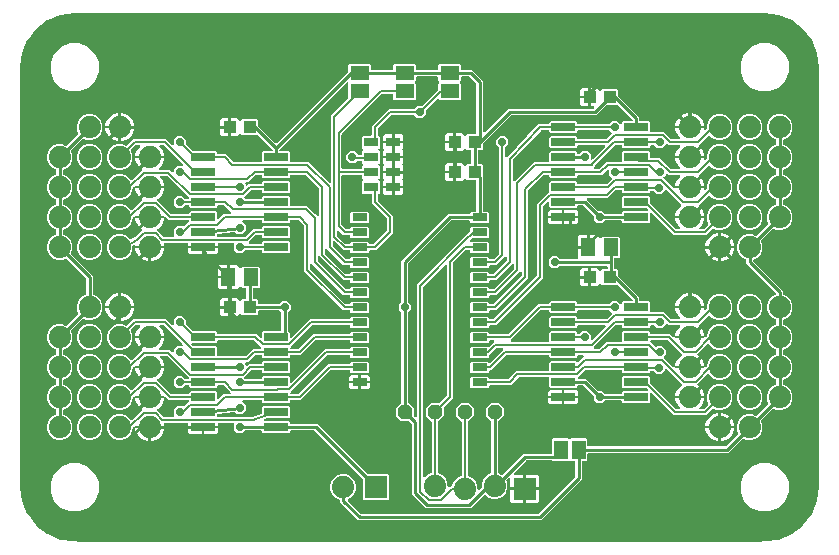
<source format=gbr>
G04 EAGLE Gerber RS-274X export*
G75*
%MOMM*%
%FSLAX34Y34*%
%LPD*%
%INTop Copper*%
%IPPOS*%
%AMOC8*
5,1,8,0,0,1.08239X$1,22.5*%
G01*
G04 Define Apertures*
%ADD10R,2.032000X0.660400*%
%ADD11C,1.879600*%
%ADD12R,1.879600X1.879600*%
%ADD13R,1.200000X0.800000*%
%ADD14R,1.600200X1.168400*%
%ADD15R,1.168400X1.600200*%
%ADD16R,1.100000X1.000000*%
%ADD17P,1.31965X8X22.5*%
%ADD18P,1.31965X8X202.5*%
%ADD19R,1.270000X0.635000*%
%ADD20R,1.300000X1.500000*%
%ADD21C,0.254000*%
%ADD22C,0.705600*%
%ADD23C,0.200000*%
%ADD24C,0.152400*%
G36*
X632745Y4651D02*
X632981Y4810D01*
X635000Y4810D01*
X635131Y4819D01*
X646775Y6352D01*
X647027Y6419D01*
X657878Y10914D01*
X658104Y11044D01*
X667421Y18194D01*
X667606Y18379D01*
X674756Y27696D01*
X674886Y27922D01*
X679381Y38773D01*
X679448Y39025D01*
X680981Y50669D01*
X680990Y50800D01*
X680990Y52820D01*
X681155Y53069D01*
X681228Y53445D01*
X681228Y403755D01*
X681149Y404145D01*
X680990Y404381D01*
X680990Y406400D01*
X680981Y406531D01*
X679448Y418175D01*
X679381Y418427D01*
X674886Y429278D01*
X674756Y429504D01*
X667606Y438821D01*
X667421Y439006D01*
X658104Y446156D01*
X657878Y446286D01*
X647027Y450781D01*
X646775Y450848D01*
X635131Y452381D01*
X635000Y452390D01*
X632980Y452390D01*
X632731Y452555D01*
X632355Y452628D01*
X53445Y452628D01*
X53055Y452549D01*
X52819Y452390D01*
X50800Y452390D01*
X50669Y452381D01*
X39025Y450848D01*
X38773Y450781D01*
X27922Y446286D01*
X27696Y446156D01*
X18379Y439006D01*
X18194Y438821D01*
X11044Y429504D01*
X10914Y429278D01*
X6419Y418427D01*
X6352Y418175D01*
X4819Y406531D01*
X4810Y406400D01*
X4810Y404380D01*
X4645Y404131D01*
X4572Y403755D01*
X4572Y53445D01*
X4651Y53055D01*
X4810Y52819D01*
X4810Y50800D01*
X4819Y50669D01*
X6352Y39025D01*
X6419Y38773D01*
X10914Y27922D01*
X11044Y27696D01*
X18194Y18379D01*
X18379Y18194D01*
X27696Y11044D01*
X27922Y10914D01*
X38773Y6419D01*
X39025Y6352D01*
X50669Y4819D01*
X50800Y4810D01*
X52820Y4810D01*
X53069Y4645D01*
X53445Y4572D01*
X632355Y4572D01*
X632745Y4651D01*
G37*
%LPC*%
G36*
X630958Y386080D02*
X623490Y389174D01*
X617774Y394890D01*
X614680Y402358D01*
X614680Y410442D01*
X617774Y417910D01*
X623490Y423626D01*
X630958Y426720D01*
X639042Y426720D01*
X646510Y423626D01*
X652226Y417910D01*
X655320Y410442D01*
X655320Y402358D01*
X652226Y394890D01*
X646510Y389174D01*
X639042Y386080D01*
X630958Y386080D01*
G37*
G36*
X46758Y386080D02*
X39290Y389174D01*
X33574Y394890D01*
X30480Y402358D01*
X30480Y410442D01*
X33574Y417910D01*
X39290Y423626D01*
X46758Y426720D01*
X54842Y426720D01*
X62310Y423626D01*
X68026Y417910D01*
X71120Y410442D01*
X71120Y402358D01*
X68026Y394890D01*
X62310Y389174D01*
X54842Y386080D01*
X46758Y386080D01*
G37*
G36*
X290943Y22606D02*
X275336Y38213D01*
X275336Y39467D01*
X275257Y39857D01*
X275032Y40186D01*
X274719Y40391D01*
X271943Y41541D01*
X268871Y44613D01*
X267208Y48627D01*
X267208Y52973D01*
X268871Y56987D01*
X271943Y60059D01*
X275957Y61722D01*
X280303Y61722D01*
X284317Y60059D01*
X287389Y56987D01*
X289052Y52973D01*
X289052Y48627D01*
X287389Y44613D01*
X284317Y41541D01*
X282584Y40823D01*
X282254Y40601D01*
X282037Y40267D01*
X281967Y39875D01*
X282055Y39487D01*
X282259Y39192D01*
X292964Y28487D01*
X293296Y28267D01*
X293672Y28194D01*
X442928Y28194D01*
X443319Y28273D01*
X443636Y28487D01*
X474433Y59284D01*
X474653Y59616D01*
X474726Y59992D01*
X474726Y72025D01*
X474647Y72415D01*
X474422Y72743D01*
X474087Y72958D01*
X473726Y73025D01*
X471047Y73025D01*
X470607Y73465D01*
X470275Y73684D01*
X469884Y73757D01*
X469495Y73672D01*
X469193Y73465D01*
X468753Y73025D01*
X455807Y73025D01*
X455719Y73113D01*
X455387Y73333D01*
X455012Y73406D01*
X433372Y73406D01*
X432982Y73327D01*
X432664Y73113D01*
X422726Y63175D01*
X422507Y62843D01*
X422434Y62452D01*
X422519Y62063D01*
X422749Y61739D01*
X423088Y61530D01*
X423434Y61468D01*
X430800Y61468D01*
X430800Y50530D01*
X419862Y50530D01*
X419862Y57896D01*
X419783Y58287D01*
X419558Y58615D01*
X419223Y58829D01*
X418830Y58896D01*
X418443Y58804D01*
X418155Y58604D01*
X416761Y57210D01*
X416541Y56878D01*
X416468Y56487D01*
X416544Y56120D01*
X417322Y54243D01*
X417322Y49897D01*
X415659Y45883D01*
X412587Y42811D01*
X408573Y41148D01*
X404227Y41148D01*
X400213Y42811D01*
X398730Y44294D01*
X398399Y44513D01*
X398007Y44586D01*
X397619Y44501D01*
X397316Y44294D01*
X386075Y33052D01*
X347722Y33052D01*
X336058Y44716D01*
X336058Y104076D01*
X335979Y104467D01*
X335765Y104784D01*
X334162Y106387D01*
X333830Y106607D01*
X333454Y106680D01*
X327044Y106680D01*
X322580Y111144D01*
X322580Y117456D01*
X327113Y121989D01*
X327333Y122321D01*
X327406Y122697D01*
X327406Y198435D01*
X327327Y198825D01*
X327113Y199142D01*
X325148Y201107D01*
X325148Y205293D01*
X327113Y207258D01*
X327333Y207590D01*
X327406Y207965D01*
X327406Y242457D01*
X367143Y282194D01*
X384826Y282194D01*
X385216Y282273D01*
X385544Y282498D01*
X385759Y282834D01*
X385826Y283194D01*
X385826Y283206D01*
X386719Y284099D01*
X389906Y284099D01*
X390296Y284178D01*
X390624Y284403D01*
X390839Y284739D01*
X390906Y285099D01*
X390906Y309976D01*
X390827Y310366D01*
X390602Y310694D01*
X390267Y310909D01*
X389906Y310976D01*
X383369Y310976D01*
X382247Y312098D01*
X381915Y312317D01*
X381524Y312390D01*
X381135Y312305D01*
X380811Y312075D01*
X380602Y311736D01*
X380552Y311460D01*
X379052Y309960D01*
X373500Y309960D01*
X373500Y325040D01*
X379052Y325040D01*
X380555Y323538D01*
X380619Y323219D01*
X380844Y322891D01*
X381180Y322677D01*
X381572Y322610D01*
X381959Y322702D01*
X382247Y322902D01*
X383369Y324024D01*
X385706Y324024D01*
X386096Y324103D01*
X386424Y324328D01*
X386639Y324664D01*
X386706Y325024D01*
X386706Y335376D01*
X386627Y335766D01*
X386402Y336094D01*
X386067Y336309D01*
X385706Y336376D01*
X383369Y336376D01*
X382247Y337498D01*
X381915Y337717D01*
X381524Y337790D01*
X381135Y337705D01*
X380811Y337475D01*
X380602Y337136D01*
X380552Y336860D01*
X379052Y335360D01*
X373500Y335360D01*
X373500Y350440D01*
X379052Y350440D01*
X380555Y348938D01*
X380619Y348619D01*
X380844Y348291D01*
X381180Y348077D01*
X381572Y348010D01*
X381959Y348102D01*
X382247Y348302D01*
X383369Y349424D01*
X389906Y349424D01*
X390296Y349503D01*
X390624Y349728D01*
X390839Y350064D01*
X390906Y350424D01*
X390906Y392128D01*
X390827Y392519D01*
X390613Y392836D01*
X385216Y398233D01*
X384884Y398453D01*
X384508Y398526D01*
X378825Y398526D01*
X378435Y398447D01*
X378107Y398222D01*
X377892Y397887D01*
X377825Y397526D01*
X377825Y394847D01*
X377385Y394407D01*
X377166Y394075D01*
X377093Y393684D01*
X377178Y393295D01*
X377385Y392993D01*
X377825Y392553D01*
X377825Y379607D01*
X376932Y378714D01*
X359668Y378714D01*
X358983Y379399D01*
X358651Y379619D01*
X358260Y379692D01*
X357871Y379606D01*
X357569Y379399D01*
X348245Y370075D01*
X348025Y369744D01*
X347952Y369368D01*
X347952Y366207D01*
X344993Y363248D01*
X340807Y363248D01*
X338572Y365483D01*
X338241Y365703D01*
X337865Y365776D01*
X319223Y365776D01*
X318833Y365697D01*
X318516Y365483D01*
X314992Y361959D01*
X314792Y361919D01*
X314475Y361705D01*
X307617Y354847D01*
X307397Y354516D01*
X307324Y354140D01*
X307324Y349424D01*
X307403Y349034D01*
X307628Y348706D01*
X307964Y348491D01*
X308241Y348440D01*
X309149Y347531D01*
X309149Y338269D01*
X308137Y337257D01*
X307918Y336925D01*
X307845Y336534D01*
X307930Y336145D01*
X308137Y335843D01*
X309149Y334831D01*
X309149Y325569D01*
X308137Y324557D01*
X307918Y324225D01*
X307845Y323834D01*
X307930Y323445D01*
X308137Y323143D01*
X309149Y322131D01*
X309149Y312869D01*
X308137Y311857D01*
X307918Y311525D01*
X307845Y311134D01*
X307930Y310745D01*
X308137Y310443D01*
X309149Y309431D01*
X309149Y300169D01*
X308239Y299259D01*
X307934Y299197D01*
X307606Y298972D01*
X307391Y298637D01*
X307324Y298276D01*
X307324Y293560D01*
X307403Y293170D01*
X307617Y292853D01*
X320024Y280446D01*
X320024Y265655D01*
X305846Y251476D01*
X300974Y251476D01*
X300584Y251397D01*
X300256Y251172D01*
X300041Y250837D01*
X299974Y250476D01*
X299974Y250194D01*
X299081Y249301D01*
X285119Y249301D01*
X284226Y250194D01*
X284226Y250476D01*
X284147Y250866D01*
X283922Y251194D01*
X283587Y251409D01*
X283226Y251476D01*
X278355Y251476D01*
X270931Y258899D01*
X270599Y259119D01*
X270208Y259192D01*
X269819Y259107D01*
X269495Y258877D01*
X269286Y258538D01*
X269224Y258192D01*
X269224Y255460D01*
X269303Y255070D01*
X269517Y254753D01*
X280153Y244117D01*
X280484Y243897D01*
X280860Y243824D01*
X283226Y243824D01*
X283616Y243903D01*
X283944Y244128D01*
X284159Y244464D01*
X284226Y244824D01*
X284226Y245106D01*
X285119Y245999D01*
X299081Y245999D01*
X299974Y245106D01*
X299974Y237494D01*
X299081Y236601D01*
X285119Y236601D01*
X284226Y237494D01*
X284226Y237776D01*
X284147Y238166D01*
X283922Y238494D01*
X283587Y238709D01*
X283226Y238776D01*
X278355Y238776D01*
X264581Y252549D01*
X264249Y252769D01*
X263858Y252842D01*
X263469Y252757D01*
X263145Y252527D01*
X262936Y252188D01*
X262874Y251842D01*
X262874Y249110D01*
X262953Y248720D01*
X263167Y248403D01*
X280153Y231417D01*
X280484Y231197D01*
X280860Y231124D01*
X283226Y231124D01*
X283616Y231203D01*
X283944Y231428D01*
X284159Y231764D01*
X284226Y232124D01*
X284226Y232406D01*
X285119Y233299D01*
X299081Y233299D01*
X299974Y232406D01*
X299974Y224794D01*
X299081Y223901D01*
X285119Y223901D01*
X284226Y224794D01*
X284226Y225076D01*
X284147Y225466D01*
X283922Y225794D01*
X283587Y226009D01*
X283226Y226076D01*
X278355Y226076D01*
X258231Y246199D01*
X257899Y246419D01*
X257508Y246492D01*
X257119Y246407D01*
X256795Y246177D01*
X256586Y245838D01*
X256524Y245492D01*
X256524Y242760D01*
X256603Y242370D01*
X256817Y242053D01*
X280153Y218717D01*
X280484Y218497D01*
X280860Y218424D01*
X283226Y218424D01*
X283616Y218503D01*
X283944Y218728D01*
X284159Y219064D01*
X284226Y219424D01*
X284226Y219706D01*
X285119Y220599D01*
X299081Y220599D01*
X299974Y219706D01*
X299974Y212094D01*
X299081Y211201D01*
X285119Y211201D01*
X284226Y212094D01*
X284226Y212376D01*
X284147Y212766D01*
X283922Y213094D01*
X283587Y213309D01*
X283226Y213376D01*
X278355Y213376D01*
X251881Y239849D01*
X251549Y240069D01*
X251158Y240142D01*
X250769Y240057D01*
X250445Y239827D01*
X250236Y239488D01*
X250174Y239142D01*
X250174Y236410D01*
X250253Y236020D01*
X250467Y235703D01*
X280153Y206017D01*
X280484Y205797D01*
X280860Y205724D01*
X283226Y205724D01*
X283616Y205803D01*
X283944Y206028D01*
X284159Y206364D01*
X284226Y206724D01*
X284226Y207006D01*
X285119Y207899D01*
X299081Y207899D01*
X299974Y207006D01*
X299974Y199394D01*
X299081Y198501D01*
X285119Y198501D01*
X284226Y199394D01*
X284226Y199676D01*
X284147Y200066D01*
X283922Y200394D01*
X283587Y200609D01*
X283226Y200676D01*
X278355Y200676D01*
X245126Y233905D01*
X245126Y271590D01*
X245047Y271980D01*
X244833Y272297D01*
X240547Y276583D01*
X240216Y276803D01*
X239840Y276876D01*
X233918Y276876D01*
X233528Y276797D01*
X233200Y276572D01*
X232985Y276237D01*
X232918Y275876D01*
X232918Y275467D01*
X232025Y274574D01*
X210443Y274574D01*
X209550Y275467D01*
X209550Y275876D01*
X209471Y276266D01*
X209246Y276594D01*
X208911Y276809D01*
X208550Y276876D01*
X193693Y276876D01*
X193303Y276797D01*
X192975Y276572D01*
X192760Y276237D01*
X192693Y275844D01*
X192785Y275457D01*
X192986Y275169D01*
X195552Y272603D01*
X195552Y268417D01*
X192593Y265458D01*
X188407Y265458D01*
X186994Y266872D01*
X186662Y267092D01*
X186164Y267157D01*
X172327Y265442D01*
X171950Y265315D01*
X171652Y265051D01*
X171480Y264692D01*
X171450Y264449D01*
X171450Y263830D01*
X171529Y263440D01*
X171754Y263112D01*
X172090Y262897D01*
X172450Y262830D01*
X195346Y262830D01*
X195736Y262909D01*
X196053Y263123D01*
X202155Y269224D01*
X208550Y269224D01*
X208940Y269303D01*
X209268Y269528D01*
X209483Y269864D01*
X209550Y270224D01*
X209550Y270633D01*
X210443Y271526D01*
X232025Y271526D01*
X232918Y270633D01*
X232918Y262767D01*
X232025Y261874D01*
X210443Y261874D01*
X209550Y262767D01*
X209550Y263176D01*
X209471Y263566D01*
X209246Y263894D01*
X208911Y264109D01*
X208550Y264176D01*
X204660Y264176D01*
X204270Y264097D01*
X203953Y263883D01*
X198301Y258231D01*
X198081Y257899D01*
X198008Y257508D01*
X198093Y257119D01*
X198323Y256795D01*
X198662Y256586D01*
X199008Y256524D01*
X208550Y256524D01*
X208940Y256603D01*
X209268Y256828D01*
X209483Y257164D01*
X209550Y257524D01*
X209550Y257933D01*
X210443Y258826D01*
X232025Y258826D01*
X232918Y257933D01*
X232918Y250067D01*
X232025Y249174D01*
X210443Y249174D01*
X209550Y250067D01*
X209550Y250476D01*
X209471Y250866D01*
X209246Y251194D01*
X208911Y251409D01*
X208550Y251476D01*
X195535Y251476D01*
X195145Y251397D01*
X194828Y251183D01*
X192593Y248948D01*
X188407Y248948D01*
X185448Y251907D01*
X185448Y256102D01*
X185650Y256407D01*
X185723Y256798D01*
X185638Y257187D01*
X185407Y257511D01*
X185069Y257720D01*
X184723Y257782D01*
X173466Y257782D01*
X173076Y257703D01*
X172748Y257478D01*
X172533Y257143D01*
X172466Y256782D01*
X172466Y255000D01*
X147066Y255000D01*
X147066Y256782D01*
X146987Y257172D01*
X146762Y257500D01*
X146427Y257715D01*
X146066Y257782D01*
X127152Y257782D01*
X126762Y257703D01*
X126433Y257478D01*
X126219Y257143D01*
X126152Y256750D01*
X126228Y256399D01*
X126238Y256375D01*
X126238Y255000D01*
X102342Y255000D01*
X102283Y255291D01*
X102058Y255619D01*
X101723Y255833D01*
X101330Y255900D01*
X100834Y255750D01*
X100294Y255415D01*
X100005Y255142D01*
X99845Y254777D01*
X99822Y254565D01*
X99822Y251827D01*
X98159Y247813D01*
X95087Y244741D01*
X91073Y243078D01*
X86727Y243078D01*
X82713Y244741D01*
X79641Y247813D01*
X77978Y251827D01*
X77978Y256173D01*
X79641Y260187D01*
X82713Y263259D01*
X86727Y264922D01*
X91073Y264922D01*
X95087Y263259D01*
X97695Y260652D01*
X98026Y260432D01*
X98418Y260359D01*
X98929Y260509D01*
X101710Y262236D01*
X101889Y262378D01*
X107457Y267946D01*
X107677Y268278D01*
X107750Y268669D01*
X107664Y269058D01*
X107457Y269360D01*
X104179Y272638D01*
X102362Y277025D01*
X102362Y278400D01*
X126238Y278400D01*
X126238Y277025D01*
X124421Y272638D01*
X121143Y269360D01*
X120923Y269028D01*
X120850Y268637D01*
X120936Y268248D01*
X121143Y267946D01*
X122160Y266929D01*
X125966Y263123D01*
X126298Y262903D01*
X126673Y262830D01*
X134237Y262830D01*
X134627Y262909D01*
X134955Y263134D01*
X135170Y263470D01*
X135237Y263862D01*
X135145Y264249D01*
X134944Y264537D01*
X134648Y264833D01*
X134648Y269019D01*
X137607Y271978D01*
X141793Y271978D01*
X142231Y271540D01*
X142563Y271320D01*
X142954Y271247D01*
X143343Y271332D01*
X143645Y271540D01*
X147275Y275169D01*
X147495Y275501D01*
X147568Y275892D01*
X147482Y276281D01*
X147252Y276605D01*
X146913Y276814D01*
X146568Y276876D01*
X130474Y276876D01*
X127945Y279405D01*
X127613Y279625D01*
X127222Y279698D01*
X126833Y279612D01*
X126738Y279545D01*
X126738Y280400D01*
X101862Y280400D01*
X101862Y279541D01*
X101723Y279631D01*
X101330Y279697D01*
X100943Y279606D01*
X100655Y279405D01*
X100115Y278865D01*
X99895Y278533D01*
X99822Y278158D01*
X99822Y277227D01*
X98159Y273213D01*
X95087Y270141D01*
X91073Y268478D01*
X86727Y268478D01*
X82713Y270141D01*
X79641Y273213D01*
X77978Y277227D01*
X77978Y281573D01*
X79641Y285587D01*
X82713Y288659D01*
X86727Y290322D01*
X91073Y290322D01*
X95087Y288659D01*
X98221Y285525D01*
X98553Y285305D01*
X98944Y285232D01*
X99333Y285317D01*
X99636Y285525D01*
X107457Y293346D01*
X107677Y293678D01*
X107750Y294069D01*
X107664Y294458D01*
X107457Y294760D01*
X104179Y298038D01*
X102362Y302425D01*
X102362Y303800D01*
X126238Y303800D01*
X126238Y302425D01*
X124421Y298038D01*
X121143Y294760D01*
X120923Y294428D01*
X120850Y294037D01*
X120936Y293648D01*
X121143Y293346D01*
X122160Y292329D01*
X132272Y282217D01*
X132604Y281997D01*
X132979Y281924D01*
X147082Y281924D01*
X147472Y282003D01*
X147800Y282228D01*
X148015Y282564D01*
X148082Y282924D01*
X148082Y283333D01*
X148975Y284226D01*
X170557Y284226D01*
X171450Y283333D01*
X171450Y279034D01*
X171529Y278644D01*
X171754Y278315D01*
X172090Y278101D01*
X172482Y278034D01*
X172869Y278126D01*
X173157Y278327D01*
X176755Y281924D01*
X182636Y281924D01*
X183026Y282003D01*
X183354Y282228D01*
X183568Y282564D01*
X183635Y282956D01*
X183544Y283343D01*
X183343Y283631D01*
X177691Y289283D01*
X177359Y289503D01*
X176984Y289576D01*
X172450Y289576D01*
X172060Y289497D01*
X171732Y289272D01*
X171517Y288937D01*
X171450Y288576D01*
X171450Y288167D01*
X170557Y287274D01*
X148975Y287274D01*
X148082Y288167D01*
X148082Y288576D01*
X148003Y288966D01*
X147778Y289294D01*
X147443Y289509D01*
X147082Y289576D01*
X144735Y289576D01*
X144345Y289497D01*
X144028Y289283D01*
X141793Y287048D01*
X137607Y287048D01*
X134648Y290007D01*
X134648Y294193D01*
X137607Y297152D01*
X141793Y297152D01*
X144028Y294917D01*
X144360Y294697D01*
X144735Y294624D01*
X146568Y294624D01*
X146958Y294703D01*
X147286Y294928D01*
X147500Y295264D01*
X147567Y295656D01*
X147476Y296043D01*
X147275Y296331D01*
X129447Y314159D01*
X129115Y314379D01*
X128740Y314452D01*
X123945Y314452D01*
X123555Y314373D01*
X123227Y314148D01*
X123012Y313813D01*
X122946Y313420D01*
X123037Y313033D01*
X123238Y312745D01*
X124421Y311562D01*
X126238Y307175D01*
X126238Y305800D01*
X101862Y305800D01*
X101862Y304941D01*
X101723Y305031D01*
X101330Y305097D01*
X100943Y305006D01*
X100655Y304805D01*
X100115Y304265D01*
X99895Y303933D01*
X99822Y303558D01*
X99822Y302627D01*
X98159Y298613D01*
X95087Y295541D01*
X91073Y293878D01*
X86727Y293878D01*
X82713Y295541D01*
X79641Y298613D01*
X77978Y302627D01*
X77978Y306973D01*
X79641Y310987D01*
X82713Y314059D01*
X86727Y315722D01*
X91073Y315722D01*
X95087Y314059D01*
X98221Y310925D01*
X98553Y310705D01*
X98944Y310632D01*
X99333Y310717D01*
X99636Y310925D01*
X107457Y318746D01*
X107677Y319078D01*
X107750Y319469D01*
X107664Y319858D01*
X107457Y320160D01*
X104179Y323438D01*
X102362Y327825D01*
X102362Y329200D01*
X126238Y329200D01*
X126238Y327825D01*
X124421Y323438D01*
X122190Y321207D01*
X121970Y320875D01*
X121897Y320484D01*
X121983Y320095D01*
X122213Y319771D01*
X122552Y319562D01*
X122897Y319500D01*
X131245Y319500D01*
X132941Y317804D01*
X133273Y317584D01*
X133664Y317511D01*
X134053Y317597D01*
X134377Y317827D01*
X134586Y318165D01*
X134648Y318511D01*
X134648Y319367D01*
X137607Y322326D01*
X141590Y322326D01*
X141980Y322405D01*
X142309Y322630D01*
X142523Y322966D01*
X142590Y323358D01*
X142498Y323745D01*
X142297Y324033D01*
X126247Y340083D01*
X125916Y340303D01*
X125540Y340376D01*
X123421Y340376D01*
X123031Y340297D01*
X122703Y340072D01*
X122488Y339737D01*
X122422Y339344D01*
X122513Y338957D01*
X122714Y338669D01*
X124421Y336962D01*
X126238Y332575D01*
X126238Y331200D01*
X102362Y331200D01*
X102362Y332575D01*
X104179Y336962D01*
X105886Y338669D01*
X106106Y339001D01*
X106179Y339392D01*
X106093Y339781D01*
X105863Y340105D01*
X105524Y340314D01*
X105179Y340376D01*
X103060Y340376D01*
X102670Y340297D01*
X102353Y340083D01*
X98777Y336508D01*
X98557Y336176D01*
X98485Y335785D01*
X98561Y335418D01*
X99822Y332373D01*
X99822Y328027D01*
X98159Y324013D01*
X95087Y320941D01*
X91073Y319278D01*
X86727Y319278D01*
X82713Y320941D01*
X79641Y324013D01*
X77978Y328027D01*
X77978Y332373D01*
X79641Y336387D01*
X82713Y339459D01*
X86727Y341122D01*
X91073Y341122D01*
X94118Y339861D01*
X94509Y339784D01*
X94898Y339867D01*
X95208Y340077D01*
X100555Y345424D01*
X128046Y345424D01*
X132941Y340529D01*
X133273Y340309D01*
X133664Y340236D01*
X134053Y340321D01*
X134377Y340551D01*
X134586Y340890D01*
X134648Y341236D01*
X134648Y344993D01*
X137607Y347952D01*
X141793Y347952D01*
X144752Y344993D01*
X144752Y341832D01*
X144831Y341442D01*
X145045Y341125D01*
X150851Y335319D01*
X151182Y335099D01*
X151558Y335026D01*
X170557Y335026D01*
X171450Y334133D01*
X171450Y333724D01*
X171529Y333334D01*
X171754Y333006D01*
X172090Y332791D01*
X172450Y332724D01*
X178846Y332724D01*
X185173Y326397D01*
X185504Y326177D01*
X185880Y326104D01*
X208550Y326104D01*
X208940Y326183D01*
X209268Y326408D01*
X209483Y326744D01*
X209550Y327104D01*
X209550Y334133D01*
X210443Y335026D01*
X217408Y335026D01*
X217799Y335105D01*
X218127Y335330D01*
X218341Y335666D01*
X218408Y336058D01*
X218316Y336445D01*
X218116Y336733D01*
X206066Y348783D01*
X205734Y349003D01*
X205358Y349076D01*
X192869Y349076D01*
X191747Y350198D01*
X191415Y350417D01*
X191024Y350490D01*
X190635Y350405D01*
X190311Y350175D01*
X190102Y349836D01*
X190052Y349560D01*
X188552Y348060D01*
X183000Y348060D01*
X183000Y363140D01*
X188552Y363140D01*
X190055Y361638D01*
X190119Y361319D01*
X190344Y360991D01*
X190680Y360777D01*
X191072Y360710D01*
X191459Y360802D01*
X191747Y361002D01*
X192869Y362124D01*
X205131Y362124D01*
X206024Y361231D01*
X206024Y357142D01*
X206103Y356752D01*
X206317Y356434D01*
X220527Y342224D01*
X220859Y342005D01*
X221250Y341932D01*
X221639Y342017D01*
X221941Y342224D01*
X282282Y402565D01*
X282502Y402897D01*
X282575Y403273D01*
X282575Y407793D01*
X283468Y408686D01*
X300732Y408686D01*
X301625Y407793D01*
X301625Y405114D01*
X301704Y404724D01*
X301929Y404396D01*
X302265Y404181D01*
X302625Y404114D01*
X319675Y404114D01*
X320065Y404193D01*
X320393Y404418D01*
X320608Y404754D01*
X320675Y405114D01*
X320675Y407793D01*
X321568Y408686D01*
X338832Y408686D01*
X339725Y407793D01*
X339725Y405114D01*
X339804Y404724D01*
X340029Y404396D01*
X340365Y404181D01*
X340725Y404114D01*
X357775Y404114D01*
X358165Y404193D01*
X358493Y404418D01*
X358708Y404754D01*
X358775Y405114D01*
X358775Y407793D01*
X359668Y408686D01*
X376932Y408686D01*
X377825Y407793D01*
X377825Y405114D01*
X377904Y404724D01*
X378129Y404396D01*
X378465Y404181D01*
X378825Y404114D01*
X387237Y404114D01*
X396494Y394857D01*
X396494Y352060D01*
X396573Y351670D01*
X396798Y351341D01*
X397134Y351127D01*
X397526Y351060D01*
X397913Y351152D01*
X398201Y351352D01*
X417943Y371094D01*
X489528Y371094D01*
X489919Y371173D01*
X490236Y371387D01*
X490602Y371753D01*
X490821Y372085D01*
X490894Y372476D01*
X490809Y372865D01*
X490579Y373189D01*
X490240Y373398D01*
X489894Y373460D01*
X487800Y373460D01*
X487800Y388540D01*
X493352Y388540D01*
X494855Y387038D01*
X494919Y386719D01*
X495144Y386391D01*
X495480Y386177D01*
X495872Y386110D01*
X496259Y386202D01*
X496547Y386402D01*
X497669Y387524D01*
X509931Y387524D01*
X510824Y386631D01*
X510824Y382542D01*
X510903Y382152D01*
X511117Y381834D01*
X528828Y364123D01*
X528828Y361426D01*
X528907Y361036D01*
X529132Y360708D01*
X529468Y360493D01*
X529828Y360426D01*
X536825Y360426D01*
X537718Y359533D01*
X537718Y352504D01*
X537797Y352114D01*
X538022Y351786D01*
X538358Y351571D01*
X538718Y351504D01*
X549758Y351504D01*
X555545Y345717D01*
X555876Y345497D01*
X556252Y345424D01*
X562379Y345424D01*
X562769Y345503D01*
X563097Y345728D01*
X563312Y346064D01*
X563378Y346456D01*
X563287Y346843D01*
X563086Y347131D01*
X561379Y348838D01*
X559562Y353225D01*
X559562Y354600D01*
X583438Y354600D01*
X583438Y353846D01*
X583517Y353456D01*
X583742Y353128D01*
X584078Y352914D01*
X584470Y352847D01*
X584857Y352939D01*
X585145Y353139D01*
X585685Y353679D01*
X585905Y354011D01*
X585978Y354386D01*
X585978Y357773D01*
X587641Y361787D01*
X590713Y364859D01*
X594727Y366522D01*
X599073Y366522D01*
X603087Y364859D01*
X606159Y361787D01*
X607822Y357773D01*
X607822Y353427D01*
X606159Y349413D01*
X603087Y346341D01*
X599073Y344678D01*
X594727Y344678D01*
X590713Y346341D01*
X588806Y348248D01*
X588475Y348467D01*
X588083Y348540D01*
X587695Y348455D01*
X587392Y348248D01*
X579571Y340426D01*
X579351Y340094D01*
X579278Y339703D01*
X579364Y339314D01*
X579571Y339012D01*
X581621Y336962D01*
X583438Y332575D01*
X583438Y331200D01*
X559562Y331200D01*
X559562Y332575D01*
X561379Y336962D01*
X563086Y338669D01*
X563306Y339001D01*
X563379Y339392D01*
X563293Y339781D01*
X563063Y340105D01*
X562724Y340314D01*
X562379Y340376D01*
X553747Y340376D01*
X552859Y341263D01*
X552527Y341483D01*
X552136Y341556D01*
X551747Y341471D01*
X551423Y341241D01*
X551214Y340902D01*
X551157Y340587D01*
X548193Y337622D01*
X544007Y337622D01*
X541772Y339857D01*
X541441Y340077D01*
X541065Y340150D01*
X538718Y340150D01*
X538328Y340071D01*
X538000Y339846D01*
X537785Y339511D01*
X537718Y339150D01*
X537718Y338967D01*
X536825Y338074D01*
X515243Y338074D01*
X514350Y338967D01*
X514350Y339376D01*
X514271Y339766D01*
X514046Y340094D01*
X513711Y340309D01*
X513350Y340376D01*
X508816Y340376D01*
X508426Y340297D01*
X508109Y340083D01*
X492037Y324011D01*
X491817Y323679D01*
X491744Y323304D01*
X491744Y323075D01*
X490401Y321731D01*
X490181Y321399D01*
X490108Y321008D01*
X490193Y320619D01*
X490423Y320295D01*
X490762Y320086D01*
X491108Y320024D01*
X494484Y320024D01*
X494874Y320103D01*
X495191Y320317D01*
X500978Y326104D01*
X513350Y326104D01*
X513740Y326183D01*
X514068Y326408D01*
X514283Y326744D01*
X514350Y327104D01*
X514350Y334133D01*
X515243Y335026D01*
X536825Y335026D01*
X537718Y334133D01*
X537718Y330882D01*
X537797Y330492D01*
X538022Y330164D01*
X538358Y329949D01*
X538718Y329882D01*
X546206Y329882D01*
X555771Y320317D01*
X556102Y320097D01*
X556478Y320024D01*
X562379Y320024D01*
X562769Y320103D01*
X563097Y320328D01*
X563312Y320664D01*
X563378Y321056D01*
X563287Y321443D01*
X563086Y321731D01*
X561379Y323438D01*
X559562Y327825D01*
X559562Y329200D01*
X583438Y329200D01*
X583438Y328446D01*
X583517Y328056D01*
X583742Y327728D01*
X584078Y327514D01*
X584470Y327447D01*
X584857Y327539D01*
X585145Y327739D01*
X585685Y328279D01*
X585905Y328611D01*
X585978Y328986D01*
X585978Y332373D01*
X587641Y336387D01*
X590713Y339459D01*
X594727Y341122D01*
X599073Y341122D01*
X603087Y339459D01*
X606159Y336387D01*
X607822Y332373D01*
X607822Y328027D01*
X606159Y324013D01*
X603087Y320941D01*
X599073Y319278D01*
X594727Y319278D01*
X590713Y320941D01*
X588806Y322848D01*
X588475Y323067D01*
X588083Y323140D01*
X587695Y323055D01*
X587392Y322848D01*
X579571Y315026D01*
X579351Y314694D01*
X579278Y314303D01*
X579364Y313914D01*
X579571Y313612D01*
X581621Y311562D01*
X583438Y307175D01*
X583438Y305800D01*
X559562Y305800D01*
X559562Y307175D01*
X561379Y311562D01*
X563086Y313269D01*
X563306Y313601D01*
X563379Y313992D01*
X563293Y314381D01*
X563063Y314705D01*
X562724Y314914D01*
X562379Y314976D01*
X553973Y314976D01*
X552859Y316089D01*
X552527Y316309D01*
X552136Y316382D01*
X551747Y316297D01*
X551423Y316067D01*
X551214Y315728D01*
X551157Y315413D01*
X549557Y313812D01*
X549337Y313480D01*
X549264Y313089D01*
X549349Y312700D01*
X549557Y312398D01*
X557855Y304099D01*
X558187Y303879D01*
X558578Y303807D01*
X558967Y303892D01*
X559062Y303960D01*
X559062Y303800D01*
X583438Y303800D01*
X583438Y303046D01*
X583517Y302656D01*
X583742Y302328D01*
X584078Y302114D01*
X584470Y302047D01*
X584857Y302139D01*
X585145Y302339D01*
X585685Y302879D01*
X585905Y303211D01*
X585978Y303586D01*
X585978Y306973D01*
X587641Y310987D01*
X590713Y314059D01*
X594727Y315722D01*
X599073Y315722D01*
X603087Y314059D01*
X606159Y310987D01*
X607822Y306973D01*
X607822Y302627D01*
X606159Y298613D01*
X603087Y295541D01*
X599073Y293878D01*
X594727Y293878D01*
X590713Y295541D01*
X588806Y297448D01*
X588475Y297667D01*
X588083Y297740D01*
X587695Y297655D01*
X587392Y297448D01*
X579571Y289626D01*
X579351Y289294D01*
X579278Y288903D01*
X579364Y288514D01*
X579571Y288212D01*
X581621Y286162D01*
X583438Y281775D01*
X583438Y280400D01*
X559562Y280400D01*
X559562Y281775D01*
X561379Y286162D01*
X564309Y289092D01*
X564529Y289424D01*
X564602Y289815D01*
X564516Y290204D01*
X564309Y290506D01*
X552142Y302673D01*
X551811Y302893D01*
X551419Y302966D01*
X551031Y302880D01*
X550706Y302650D01*
X550497Y302311D01*
X550441Y301996D01*
X547476Y299031D01*
X543291Y299031D01*
X541056Y301266D01*
X540724Y301486D01*
X540349Y301559D01*
X538718Y301559D01*
X538328Y301480D01*
X538000Y301255D01*
X537810Y300959D01*
X536825Y299974D01*
X515243Y299974D01*
X514350Y300867D01*
X514350Y301276D01*
X514271Y301666D01*
X514046Y301994D01*
X513711Y302209D01*
X513350Y302276D01*
X509460Y302276D01*
X509070Y302197D01*
X508753Y301983D01*
X502426Y295656D01*
X485410Y295656D01*
X485020Y295577D01*
X484691Y295352D01*
X484477Y295017D01*
X484410Y294624D01*
X484502Y294237D01*
X484702Y293949D01*
X493906Y284745D01*
X494238Y284525D01*
X494614Y284452D01*
X497466Y284452D01*
X499431Y282487D01*
X499763Y282267D01*
X500138Y282194D01*
X513350Y282194D01*
X513740Y282273D01*
X514068Y282498D01*
X514283Y282834D01*
X514350Y283194D01*
X514350Y283333D01*
X515243Y284226D01*
X535290Y284226D01*
X535680Y284305D01*
X536009Y284530D01*
X536223Y284866D01*
X536290Y285258D01*
X536198Y285645D01*
X535997Y285933D01*
X534949Y286981D01*
X534618Y287201D01*
X534242Y287274D01*
X515243Y287274D01*
X514350Y288167D01*
X514350Y296033D01*
X515243Y296926D01*
X536825Y296926D01*
X537718Y296033D01*
X537718Y291766D01*
X537797Y291376D01*
X538011Y291059D01*
X559553Y269517D01*
X559884Y269297D01*
X560260Y269224D01*
X562379Y269224D01*
X562769Y269303D01*
X563097Y269528D01*
X563312Y269864D01*
X563378Y270256D01*
X563287Y270643D01*
X563086Y270931D01*
X561379Y272638D01*
X559562Y277025D01*
X559562Y278400D01*
X583438Y278400D01*
X583438Y277025D01*
X581621Y272638D01*
X579914Y270931D01*
X579694Y270599D01*
X579621Y270208D01*
X579707Y269819D01*
X579937Y269495D01*
X580276Y269286D01*
X580621Y269224D01*
X582740Y269224D01*
X583130Y269303D01*
X583447Y269517D01*
X587023Y273092D01*
X587243Y273424D01*
X587316Y273815D01*
X587240Y274182D01*
X585978Y277227D01*
X585978Y281573D01*
X587641Y285587D01*
X590713Y288659D01*
X594727Y290322D01*
X599073Y290322D01*
X603087Y288659D01*
X606159Y285587D01*
X607822Y281573D01*
X607822Y277227D01*
X606159Y273213D01*
X603087Y270141D01*
X599073Y268478D01*
X594727Y268478D01*
X591682Y269740D01*
X591291Y269816D01*
X590902Y269733D01*
X590592Y269523D01*
X585246Y264176D01*
X557755Y264176D01*
X539425Y282505D01*
X539093Y282725D01*
X538702Y282798D01*
X538313Y282713D01*
X537989Y282483D01*
X537780Y282144D01*
X537718Y281798D01*
X537718Y275467D01*
X536825Y274574D01*
X515243Y274574D01*
X514350Y275467D01*
X514350Y275606D01*
X514271Y275996D01*
X514046Y276324D01*
X513711Y276539D01*
X513350Y276606D01*
X500138Y276606D01*
X499748Y276527D01*
X499431Y276313D01*
X497466Y274348D01*
X493280Y274348D01*
X490321Y277307D01*
X490321Y280013D01*
X490242Y280404D01*
X490028Y280721D01*
X481736Y289013D01*
X481404Y289233D01*
X481028Y289306D01*
X477250Y289306D01*
X476860Y289227D01*
X476532Y289002D01*
X476317Y288667D01*
X476250Y288306D01*
X476250Y288167D01*
X475357Y287274D01*
X453775Y287274D01*
X452882Y288167D01*
X452882Y291823D01*
X452803Y292213D01*
X452578Y292541D01*
X452243Y292756D01*
X451850Y292823D01*
X451463Y292731D01*
X451175Y292530D01*
X447317Y288672D01*
X447097Y288340D01*
X447024Y287965D01*
X447024Y227555D01*
X407446Y187976D01*
X402574Y187976D01*
X402184Y187897D01*
X401856Y187672D01*
X401641Y187337D01*
X401574Y186976D01*
X401574Y186694D01*
X400681Y185801D01*
X386719Y185801D01*
X385826Y186694D01*
X385826Y194306D01*
X386719Y195199D01*
X400681Y195199D01*
X401574Y194306D01*
X401574Y194024D01*
X401653Y193634D01*
X401878Y193306D01*
X402214Y193091D01*
X402574Y193024D01*
X404940Y193024D01*
X405330Y193103D01*
X405647Y193317D01*
X441683Y229353D01*
X441903Y229684D01*
X441976Y230060D01*
X441976Y290470D01*
X452326Y300820D01*
X452600Y301008D01*
X452815Y301344D01*
X452882Y301704D01*
X452882Y308733D01*
X453775Y309626D01*
X475357Y309626D01*
X476250Y308733D01*
X476250Y308324D01*
X476329Y307934D01*
X476554Y307606D01*
X476890Y307391D01*
X477250Y307324D01*
X501197Y307324D01*
X501587Y307403D01*
X501904Y307617D01*
X505501Y311214D01*
X505721Y311546D01*
X505794Y311937D01*
X505709Y312326D01*
X505501Y312628D01*
X502948Y315181D01*
X502948Y318521D01*
X502869Y318911D01*
X502644Y319239D01*
X502309Y319454D01*
X501916Y319521D01*
X501529Y319429D01*
X501241Y319228D01*
X496989Y314976D01*
X477250Y314976D01*
X476860Y314897D01*
X476532Y314672D01*
X476317Y314337D01*
X476250Y313976D01*
X476250Y313567D01*
X475357Y312674D01*
X453775Y312674D01*
X452882Y313567D01*
X452882Y313976D01*
X452803Y314366D01*
X452578Y314694D01*
X452243Y314909D01*
X451882Y314976D01*
X448411Y314976D01*
X448021Y314897D01*
X447735Y314713D01*
X434680Y302749D01*
X434446Y302427D01*
X434356Y302012D01*
X434356Y227587D01*
X407446Y200676D01*
X402574Y200676D01*
X402184Y200597D01*
X401856Y200372D01*
X401641Y200037D01*
X401574Y199676D01*
X401574Y199394D01*
X400681Y198501D01*
X386719Y198501D01*
X385826Y199394D01*
X385826Y207006D01*
X386719Y207899D01*
X400681Y207899D01*
X401574Y207006D01*
X401574Y206724D01*
X401653Y206334D01*
X401878Y206006D01*
X402214Y205791D01*
X402574Y205724D01*
X404940Y205724D01*
X405330Y205803D01*
X405647Y206017D01*
X429015Y229385D01*
X429235Y229716D01*
X429308Y230092D01*
X429308Y232824D01*
X429229Y233214D01*
X429004Y233543D01*
X428669Y233757D01*
X428276Y233824D01*
X427889Y233732D01*
X427601Y233531D01*
X407446Y213376D01*
X402574Y213376D01*
X402184Y213297D01*
X401856Y213072D01*
X401641Y212737D01*
X401574Y212376D01*
X401574Y212094D01*
X400681Y211201D01*
X386719Y211201D01*
X385826Y212094D01*
X385826Y219706D01*
X386719Y220599D01*
X400681Y220599D01*
X401574Y219706D01*
X401574Y219424D01*
X401653Y219034D01*
X401878Y218706D01*
X402214Y218491D01*
X402574Y218424D01*
X404940Y218424D01*
X405330Y218503D01*
X405647Y218717D01*
X422633Y235703D01*
X422853Y236034D01*
X422926Y236410D01*
X422926Y239142D01*
X422847Y239532D01*
X422622Y239861D01*
X422287Y240075D01*
X421894Y240142D01*
X421507Y240050D01*
X421219Y239849D01*
X407446Y226076D01*
X402574Y226076D01*
X402184Y225997D01*
X401856Y225772D01*
X401641Y225437D01*
X401574Y225076D01*
X401574Y224794D01*
X400681Y223901D01*
X386719Y223901D01*
X385826Y224794D01*
X385826Y232406D01*
X386719Y233299D01*
X400681Y233299D01*
X401574Y232406D01*
X401574Y232124D01*
X401653Y231734D01*
X401878Y231406D01*
X402214Y231191D01*
X402574Y231124D01*
X404940Y231124D01*
X405330Y231203D01*
X405647Y231417D01*
X416315Y242085D01*
X416535Y242416D01*
X416608Y242792D01*
X416608Y245524D01*
X416529Y245914D01*
X416304Y246243D01*
X415969Y246457D01*
X415576Y246524D01*
X415189Y246432D01*
X414901Y246231D01*
X407446Y238776D01*
X402574Y238776D01*
X402184Y238697D01*
X401856Y238472D01*
X401641Y238137D01*
X401574Y237776D01*
X401574Y237494D01*
X400681Y236601D01*
X386719Y236601D01*
X385826Y237494D01*
X385826Y245106D01*
X386719Y245999D01*
X400681Y245999D01*
X401574Y245106D01*
X401574Y244824D01*
X401653Y244434D01*
X401878Y244106D01*
X402214Y243891D01*
X402574Y243824D01*
X404940Y243824D01*
X405330Y243903D01*
X405647Y244117D01*
X409933Y248403D01*
X410153Y248734D01*
X410226Y249110D01*
X410226Y337865D01*
X410147Y338255D01*
X409933Y338572D01*
X407698Y340807D01*
X407698Y344993D01*
X410657Y347952D01*
X414843Y347952D01*
X417802Y344993D01*
X417802Y340807D01*
X415567Y338572D01*
X415347Y338241D01*
X415274Y337865D01*
X415274Y331088D01*
X415353Y330698D01*
X415578Y330369D01*
X415914Y330155D01*
X416306Y330088D01*
X416693Y330180D01*
X416981Y330381D01*
X417317Y330716D01*
X417334Y330734D01*
X441700Y356320D01*
X441784Y356454D01*
X442685Y357354D01*
X442702Y357372D01*
X443418Y358124D01*
X444457Y358124D01*
X444481Y358124D01*
X445739Y358155D01*
X445910Y358124D01*
X451882Y358124D01*
X452272Y358203D01*
X452600Y358428D01*
X452815Y358764D01*
X452882Y359124D01*
X452882Y359533D01*
X453775Y360426D01*
X475357Y360426D01*
X476250Y359533D01*
X476250Y359124D01*
X476329Y358734D01*
X476554Y358406D01*
X476890Y358191D01*
X477250Y358124D01*
X502965Y358124D01*
X503355Y358203D01*
X503672Y358417D01*
X505907Y360652D01*
X510093Y360652D01*
X512643Y358102D01*
X512975Y357882D01*
X513366Y357809D01*
X513755Y357894D01*
X514079Y358125D01*
X514288Y358463D01*
X514350Y358809D01*
X514350Y359533D01*
X515243Y360426D01*
X522208Y360426D01*
X522599Y360505D01*
X522927Y360730D01*
X523141Y361066D01*
X523208Y361458D01*
X523116Y361845D01*
X522916Y362133D01*
X510866Y374183D01*
X510534Y374403D01*
X510158Y374476D01*
X501642Y374476D01*
X501252Y374397D01*
X500934Y374183D01*
X492257Y365506D01*
X420672Y365506D01*
X420282Y365427D01*
X419964Y365213D01*
X396817Y342066D01*
X396597Y341734D01*
X396524Y341358D01*
X396524Y337269D01*
X395631Y336376D01*
X393294Y336376D01*
X392904Y336297D01*
X392576Y336072D01*
X392361Y335737D01*
X392294Y335376D01*
X392294Y325024D01*
X392373Y324634D01*
X392598Y324306D01*
X392934Y324091D01*
X393294Y324024D01*
X395631Y324024D01*
X396524Y323131D01*
X396524Y311579D01*
X396494Y311425D01*
X396494Y285099D01*
X396573Y284709D01*
X396798Y284381D01*
X397134Y284166D01*
X397494Y284099D01*
X400681Y284099D01*
X401574Y283206D01*
X401574Y275594D01*
X400681Y274701D01*
X386719Y274701D01*
X385826Y275594D01*
X385826Y275606D01*
X385747Y275996D01*
X385522Y276324D01*
X385187Y276539D01*
X384826Y276606D01*
X369872Y276606D01*
X369482Y276527D01*
X369164Y276313D01*
X333287Y240436D01*
X333067Y240104D01*
X332994Y239728D01*
X332994Y207965D01*
X333073Y207575D01*
X333287Y207258D01*
X335252Y205293D01*
X335252Y201107D01*
X333287Y199142D01*
X333067Y198811D01*
X332994Y198435D01*
X332994Y122697D01*
X333073Y122306D01*
X333287Y121989D01*
X337820Y117456D01*
X337820Y111046D01*
X337899Y110656D01*
X338113Y110338D01*
X338669Y109782D01*
X339001Y109563D01*
X339392Y109490D01*
X339781Y109575D01*
X340105Y109805D01*
X340314Y110144D01*
X340376Y110490D01*
X340376Y222288D01*
X378823Y260735D01*
X378896Y260847D01*
X379836Y261749D01*
X379851Y261763D01*
X380763Y262676D01*
X380885Y262756D01*
X385519Y267205D01*
X385745Y267533D01*
X385826Y267927D01*
X385826Y270506D01*
X386719Y271399D01*
X400681Y271399D01*
X401574Y270506D01*
X401574Y262894D01*
X400681Y262001D01*
X387789Y262001D01*
X387399Y261922D01*
X387097Y261722D01*
X385741Y260420D01*
X385514Y260093D01*
X385433Y259703D01*
X385511Y259313D01*
X385735Y258984D01*
X386069Y258768D01*
X386433Y258699D01*
X400681Y258699D01*
X401574Y257806D01*
X401574Y250194D01*
X400681Y249301D01*
X386719Y249301D01*
X385826Y250194D01*
X385826Y250476D01*
X385747Y250866D01*
X385522Y251194D01*
X385187Y251409D01*
X384826Y251476D01*
X382460Y251476D01*
X382070Y251397D01*
X381753Y251183D01*
X371117Y240547D01*
X370897Y240216D01*
X370824Y239840D01*
X370824Y125955D01*
X363480Y118611D01*
X363260Y118279D01*
X363187Y117887D01*
X363220Y117738D01*
X363220Y111144D01*
X358553Y106477D01*
X358406Y106376D01*
X358191Y106041D01*
X358124Y105680D01*
X358124Y63515D01*
X358203Y63125D01*
X358428Y62796D01*
X358741Y62591D01*
X361787Y61329D01*
X364859Y58257D01*
X366522Y54243D01*
X366522Y51756D01*
X366601Y51366D01*
X366826Y51038D01*
X367162Y50823D01*
X367554Y50757D01*
X367941Y50848D01*
X368229Y51049D01*
X369234Y52054D01*
X369555Y52054D01*
X369945Y52133D01*
X370274Y52358D01*
X370479Y52671D01*
X371741Y55717D01*
X374813Y58789D01*
X377859Y60051D01*
X378189Y60273D01*
X378406Y60607D01*
X378476Y60975D01*
X378476Y105680D01*
X378397Y106070D01*
X378172Y106398D01*
X378043Y106481D01*
X373380Y111144D01*
X373380Y117456D01*
X377844Y121920D01*
X384156Y121920D01*
X388620Y117456D01*
X388620Y111144D01*
X383953Y106477D01*
X383806Y106376D01*
X383591Y106041D01*
X383524Y105680D01*
X383524Y60975D01*
X383603Y60585D01*
X383828Y60256D01*
X384141Y60051D01*
X387187Y58789D01*
X390259Y55717D01*
X391922Y51703D01*
X391922Y49216D01*
X392001Y48826D01*
X392226Y48498D01*
X392562Y48283D01*
X392954Y48217D01*
X393341Y48308D01*
X393629Y48509D01*
X395185Y50065D01*
X395405Y50397D01*
X395478Y50772D01*
X395478Y54243D01*
X397141Y58257D01*
X400213Y61329D01*
X402989Y62479D01*
X403319Y62701D01*
X403536Y63035D01*
X403606Y63403D01*
X403606Y105904D01*
X403527Y106294D01*
X403313Y106611D01*
X398780Y111144D01*
X398780Y117456D01*
X403244Y121920D01*
X409556Y121920D01*
X414020Y117456D01*
X414020Y111144D01*
X409487Y106611D01*
X409267Y106279D01*
X409194Y105904D01*
X409194Y63403D01*
X409273Y63013D01*
X409498Y62684D01*
X409811Y62479D01*
X412246Y61470D01*
X412637Y61394D01*
X413026Y61477D01*
X413336Y61687D01*
X430643Y78994D01*
X453914Y78994D01*
X454304Y79073D01*
X454632Y79298D01*
X454847Y79634D01*
X454914Y79994D01*
X454914Y91182D01*
X455807Y92075D01*
X468753Y92075D01*
X469193Y91635D01*
X469525Y91416D01*
X469916Y91343D01*
X470305Y91428D01*
X470607Y91635D01*
X471047Y92075D01*
X483993Y92075D01*
X484886Y91182D01*
X484886Y86344D01*
X484965Y85954D01*
X485190Y85626D01*
X485526Y85411D01*
X485886Y85344D01*
X601678Y85344D01*
X602069Y85423D01*
X602386Y85637D01*
X612311Y95562D01*
X612531Y95894D01*
X612604Y96285D01*
X612528Y96652D01*
X611378Y99427D01*
X611378Y103773D01*
X613041Y107787D01*
X616113Y110859D01*
X620127Y112522D01*
X624473Y112522D01*
X627248Y111372D01*
X627639Y111296D01*
X628028Y111379D01*
X628338Y111589D01*
X637711Y120962D01*
X637931Y121294D01*
X638004Y121685D01*
X637928Y122052D01*
X636778Y124827D01*
X636778Y129173D01*
X638441Y133187D01*
X641513Y136259D01*
X644289Y137409D01*
X644619Y137631D01*
X644836Y137965D01*
X644906Y138333D01*
X644906Y141067D01*
X644827Y141457D01*
X644602Y141786D01*
X644289Y141991D01*
X641513Y143141D01*
X638441Y146213D01*
X636778Y150227D01*
X636778Y154573D01*
X638441Y158587D01*
X641513Y161659D01*
X644289Y162809D01*
X644619Y163031D01*
X644836Y163365D01*
X644906Y163733D01*
X644906Y166467D01*
X644827Y166857D01*
X644602Y167186D01*
X644289Y167391D01*
X641513Y168541D01*
X638441Y171613D01*
X636778Y175627D01*
X636778Y179973D01*
X638441Y183987D01*
X641513Y187059D01*
X644289Y188209D01*
X644619Y188431D01*
X644836Y188765D01*
X644906Y189133D01*
X644906Y191867D01*
X644827Y192257D01*
X644602Y192586D01*
X644289Y192791D01*
X641513Y193941D01*
X638441Y197013D01*
X636778Y201027D01*
X636778Y205373D01*
X638441Y209387D01*
X641513Y212459D01*
X644144Y213549D01*
X644474Y213771D01*
X644691Y214105D01*
X644761Y214497D01*
X644673Y214885D01*
X644469Y215180D01*
X619506Y240143D01*
X619506Y242667D01*
X619427Y243057D01*
X619202Y243386D01*
X618889Y243591D01*
X616113Y244741D01*
X613041Y247813D01*
X611378Y251827D01*
X611378Y256173D01*
X613041Y260187D01*
X616113Y263259D01*
X620127Y264922D01*
X624473Y264922D01*
X627248Y263772D01*
X627639Y263696D01*
X628028Y263779D01*
X628338Y263989D01*
X637711Y273362D01*
X637931Y273694D01*
X638004Y274085D01*
X637928Y274452D01*
X636778Y277227D01*
X636778Y281573D01*
X638441Y285587D01*
X641513Y288659D01*
X644289Y289809D01*
X644619Y290031D01*
X644836Y290365D01*
X644906Y290733D01*
X644906Y293467D01*
X644827Y293857D01*
X644602Y294186D01*
X644289Y294391D01*
X641513Y295541D01*
X638441Y298613D01*
X636778Y302627D01*
X636778Y306973D01*
X638441Y310987D01*
X641513Y314059D01*
X644289Y315209D01*
X644619Y315431D01*
X644836Y315765D01*
X644906Y316133D01*
X644906Y318867D01*
X644827Y319257D01*
X644602Y319586D01*
X644289Y319791D01*
X641513Y320941D01*
X638441Y324013D01*
X636778Y328027D01*
X636778Y332373D01*
X638441Y336387D01*
X641513Y339459D01*
X644289Y340609D01*
X644619Y340831D01*
X644836Y341165D01*
X644906Y341533D01*
X644906Y344267D01*
X644827Y344657D01*
X644602Y344986D01*
X644289Y345191D01*
X641513Y346341D01*
X638441Y349413D01*
X636778Y353427D01*
X636778Y357773D01*
X638441Y361787D01*
X641513Y364859D01*
X645527Y366522D01*
X649873Y366522D01*
X653887Y364859D01*
X656959Y361787D01*
X658622Y357773D01*
X658622Y353427D01*
X656959Y349413D01*
X653887Y346341D01*
X651111Y345191D01*
X650781Y344969D01*
X650564Y344635D01*
X650494Y344267D01*
X650494Y341533D01*
X650573Y341143D01*
X650798Y340814D01*
X651111Y340609D01*
X653887Y339459D01*
X656959Y336387D01*
X658622Y332373D01*
X658622Y328027D01*
X656959Y324013D01*
X653887Y320941D01*
X651111Y319791D01*
X650781Y319569D01*
X650564Y319235D01*
X650494Y318867D01*
X650494Y316133D01*
X650573Y315743D01*
X650798Y315414D01*
X651111Y315209D01*
X653887Y314059D01*
X656959Y310987D01*
X658622Y306973D01*
X658622Y302627D01*
X656959Y298613D01*
X653887Y295541D01*
X651111Y294391D01*
X650781Y294169D01*
X650564Y293835D01*
X650494Y293467D01*
X650494Y290733D01*
X650573Y290343D01*
X650798Y290014D01*
X651111Y289809D01*
X653887Y288659D01*
X656959Y285587D01*
X658622Y281573D01*
X658622Y277227D01*
X656959Y273213D01*
X653887Y270141D01*
X649873Y268478D01*
X645527Y268478D01*
X642752Y269628D01*
X642361Y269704D01*
X641972Y269621D01*
X641662Y269411D01*
X632289Y260038D01*
X632069Y259706D01*
X631996Y259315D01*
X632072Y258948D01*
X633222Y256173D01*
X633222Y251827D01*
X631559Y247813D01*
X628487Y244741D01*
X625856Y243651D01*
X625526Y243429D01*
X625309Y243095D01*
X625239Y242703D01*
X625327Y242315D01*
X625531Y242020D01*
X650494Y217057D01*
X650494Y214533D01*
X650573Y214143D01*
X650798Y213814D01*
X651111Y213609D01*
X653887Y212459D01*
X656959Y209387D01*
X658622Y205373D01*
X658622Y201027D01*
X656959Y197013D01*
X653887Y193941D01*
X651111Y192791D01*
X650781Y192569D01*
X650564Y192235D01*
X650494Y191867D01*
X650494Y189133D01*
X650573Y188743D01*
X650798Y188414D01*
X651111Y188209D01*
X653887Y187059D01*
X656959Y183987D01*
X658622Y179973D01*
X658622Y175627D01*
X656959Y171613D01*
X653887Y168541D01*
X651111Y167391D01*
X650781Y167169D01*
X650564Y166835D01*
X650494Y166467D01*
X650494Y163733D01*
X650573Y163343D01*
X650798Y163014D01*
X651111Y162809D01*
X653887Y161659D01*
X656959Y158587D01*
X658622Y154573D01*
X658622Y150227D01*
X656959Y146213D01*
X653887Y143141D01*
X651111Y141991D01*
X650781Y141769D01*
X650564Y141435D01*
X650494Y141067D01*
X650494Y138333D01*
X650573Y137943D01*
X650798Y137614D01*
X651111Y137409D01*
X653887Y136259D01*
X656959Y133187D01*
X658622Y129173D01*
X658622Y124827D01*
X656959Y120813D01*
X653887Y117741D01*
X649873Y116078D01*
X645527Y116078D01*
X642752Y117228D01*
X642361Y117304D01*
X641972Y117221D01*
X641662Y117011D01*
X632289Y107638D01*
X632069Y107306D01*
X631996Y106915D01*
X632072Y106548D01*
X633222Y103773D01*
X633222Y99427D01*
X631559Y95413D01*
X628487Y92341D01*
X624473Y90678D01*
X620127Y90678D01*
X617352Y91828D01*
X616961Y91904D01*
X616572Y91821D01*
X616262Y91611D01*
X604407Y79756D01*
X485886Y79756D01*
X485496Y79677D01*
X485168Y79452D01*
X484953Y79117D01*
X484886Y78756D01*
X484886Y73918D01*
X483993Y73025D01*
X481314Y73025D01*
X480924Y72946D01*
X480596Y72721D01*
X480381Y72386D01*
X480314Y72025D01*
X480314Y57263D01*
X445657Y22606D01*
X290943Y22606D01*
G37*
G36*
X478760Y382000D02*
X478760Y387052D01*
X480248Y388540D01*
X485800Y388540D01*
X485800Y382000D01*
X478760Y382000D01*
G37*
G36*
X480248Y373460D02*
X478760Y374948D01*
X478760Y380000D01*
X485800Y380000D01*
X485800Y373460D01*
X480248Y373460D01*
G37*
G36*
X89900Y356600D02*
X89900Y367538D01*
X91275Y367538D01*
X95662Y365721D01*
X99021Y362362D01*
X100838Y357975D01*
X100838Y356600D01*
X89900Y356600D01*
G37*
G36*
X76962Y356600D02*
X76962Y357975D01*
X78779Y362362D01*
X82138Y365721D01*
X86525Y367538D01*
X87900Y367538D01*
X87900Y356600D01*
X76962Y356600D01*
G37*
G36*
X559562Y356600D02*
X559562Y357975D01*
X561379Y362362D01*
X564738Y365721D01*
X569125Y367538D01*
X570500Y367538D01*
X570500Y356600D01*
X559562Y356600D01*
G37*
G36*
X572500Y356600D02*
X572500Y367538D01*
X573875Y367538D01*
X578262Y365721D01*
X581621Y362362D01*
X583438Y357975D01*
X583438Y356600D01*
X572500Y356600D01*
G37*
G36*
X35927Y90678D02*
X31913Y92341D01*
X28841Y95413D01*
X27178Y99427D01*
X27178Y103773D01*
X28841Y107787D01*
X31913Y110859D01*
X34689Y112009D01*
X35019Y112231D01*
X35236Y112565D01*
X35306Y112933D01*
X35306Y115667D01*
X35227Y116057D01*
X35002Y116386D01*
X34689Y116591D01*
X31913Y117741D01*
X28841Y120813D01*
X27178Y124827D01*
X27178Y129173D01*
X28841Y133187D01*
X31913Y136259D01*
X34689Y137409D01*
X35019Y137631D01*
X35236Y137965D01*
X35306Y138333D01*
X35306Y141067D01*
X35227Y141457D01*
X35002Y141786D01*
X34689Y141991D01*
X31913Y143141D01*
X28841Y146213D01*
X27178Y150227D01*
X27178Y154573D01*
X28841Y158587D01*
X31913Y161659D01*
X34689Y162809D01*
X35019Y163031D01*
X35236Y163365D01*
X35306Y163733D01*
X35306Y166467D01*
X35227Y166857D01*
X35002Y167186D01*
X34689Y167391D01*
X31913Y168541D01*
X28841Y171613D01*
X27178Y175627D01*
X27178Y179973D01*
X28841Y183987D01*
X31913Y187059D01*
X35927Y188722D01*
X40273Y188722D01*
X43048Y187572D01*
X43439Y187496D01*
X43828Y187579D01*
X44138Y187789D01*
X53511Y197162D01*
X53731Y197494D01*
X53804Y197885D01*
X53728Y198252D01*
X52578Y201027D01*
X52578Y205373D01*
X54241Y209387D01*
X57313Y212459D01*
X60089Y213609D01*
X60419Y213831D01*
X60636Y214165D01*
X60706Y214533D01*
X60706Y227028D01*
X60627Y227419D01*
X60413Y227736D01*
X44138Y244011D01*
X43806Y244231D01*
X43415Y244304D01*
X43048Y244228D01*
X40273Y243078D01*
X35927Y243078D01*
X31913Y244741D01*
X28841Y247813D01*
X27178Y251827D01*
X27178Y256173D01*
X28841Y260187D01*
X31913Y263259D01*
X34689Y264409D01*
X35019Y264631D01*
X35236Y264965D01*
X35306Y265333D01*
X35306Y268067D01*
X35227Y268457D01*
X35002Y268786D01*
X34689Y268991D01*
X31913Y270141D01*
X28841Y273213D01*
X27178Y277227D01*
X27178Y281573D01*
X28841Y285587D01*
X31913Y288659D01*
X34689Y289809D01*
X35019Y290031D01*
X35236Y290365D01*
X35306Y290733D01*
X35306Y293467D01*
X35227Y293857D01*
X35002Y294186D01*
X34689Y294391D01*
X31913Y295541D01*
X28841Y298613D01*
X27178Y302627D01*
X27178Y306973D01*
X28841Y310987D01*
X31913Y314059D01*
X34689Y315209D01*
X35019Y315431D01*
X35236Y315765D01*
X35306Y316133D01*
X35306Y318867D01*
X35227Y319257D01*
X35002Y319586D01*
X34689Y319791D01*
X31913Y320941D01*
X28841Y324013D01*
X27178Y328027D01*
X27178Y332373D01*
X28841Y336387D01*
X31913Y339459D01*
X35927Y341122D01*
X40273Y341122D01*
X43048Y339972D01*
X43439Y339896D01*
X43828Y339979D01*
X44138Y340189D01*
X53511Y349562D01*
X53731Y349894D01*
X53804Y350285D01*
X53728Y350652D01*
X52578Y353427D01*
X52578Y357773D01*
X54241Y361787D01*
X57313Y364859D01*
X61327Y366522D01*
X65673Y366522D01*
X69687Y364859D01*
X72759Y361787D01*
X74422Y357773D01*
X74422Y353427D01*
X72759Y349413D01*
X69687Y346341D01*
X65673Y344678D01*
X61327Y344678D01*
X58552Y345828D01*
X58161Y345904D01*
X57772Y345821D01*
X57462Y345611D01*
X48089Y336238D01*
X47869Y335906D01*
X47796Y335515D01*
X47872Y335148D01*
X49022Y332373D01*
X49022Y328027D01*
X47359Y324013D01*
X44287Y320941D01*
X41511Y319791D01*
X41181Y319569D01*
X40964Y319235D01*
X40894Y318867D01*
X40894Y316133D01*
X40973Y315743D01*
X41198Y315414D01*
X41511Y315209D01*
X44287Y314059D01*
X47359Y310987D01*
X49022Y306973D01*
X49022Y302627D01*
X47359Y298613D01*
X44287Y295541D01*
X41511Y294391D01*
X41181Y294169D01*
X40964Y293835D01*
X40894Y293467D01*
X40894Y290733D01*
X40973Y290343D01*
X41198Y290014D01*
X41511Y289809D01*
X44287Y288659D01*
X47359Y285587D01*
X49022Y281573D01*
X49022Y277227D01*
X47359Y273213D01*
X44287Y270141D01*
X41511Y268991D01*
X41181Y268769D01*
X40964Y268435D01*
X40894Y268067D01*
X40894Y265333D01*
X40973Y264943D01*
X41198Y264614D01*
X41511Y264409D01*
X44287Y263259D01*
X47359Y260187D01*
X49022Y256173D01*
X49022Y251827D01*
X47872Y249052D01*
X47796Y248661D01*
X47879Y248272D01*
X48089Y247962D01*
X66294Y229757D01*
X66294Y214533D01*
X66373Y214143D01*
X66598Y213814D01*
X66911Y213609D01*
X69687Y212459D01*
X72759Y209387D01*
X74422Y205373D01*
X74422Y201027D01*
X72759Y197013D01*
X69687Y193941D01*
X65673Y192278D01*
X61327Y192278D01*
X58552Y193428D01*
X58161Y193504D01*
X57772Y193421D01*
X57462Y193211D01*
X48089Y183838D01*
X47869Y183506D01*
X47796Y183115D01*
X47872Y182748D01*
X49022Y179973D01*
X49022Y175627D01*
X47359Y171613D01*
X44287Y168541D01*
X41511Y167391D01*
X41181Y167169D01*
X40964Y166835D01*
X40894Y166467D01*
X40894Y163733D01*
X40973Y163343D01*
X41198Y163014D01*
X41511Y162809D01*
X44287Y161659D01*
X47359Y158587D01*
X49022Y154573D01*
X49022Y150227D01*
X47359Y146213D01*
X44287Y143141D01*
X41511Y141991D01*
X41181Y141769D01*
X40964Y141435D01*
X40894Y141067D01*
X40894Y138333D01*
X40973Y137943D01*
X41198Y137614D01*
X41511Y137409D01*
X44287Y136259D01*
X47359Y133187D01*
X49022Y129173D01*
X49022Y124827D01*
X47359Y120813D01*
X44287Y117741D01*
X41511Y116591D01*
X41181Y116369D01*
X40964Y116035D01*
X40894Y115667D01*
X40894Y112933D01*
X40973Y112543D01*
X41198Y112214D01*
X41511Y112009D01*
X44287Y110859D01*
X47359Y107787D01*
X49022Y103773D01*
X49022Y99427D01*
X47359Y95413D01*
X44287Y92341D01*
X40273Y90678D01*
X35927Y90678D01*
G37*
G36*
X620127Y344678D02*
X616113Y346341D01*
X613041Y349413D01*
X611378Y353427D01*
X611378Y357773D01*
X613041Y361787D01*
X616113Y364859D01*
X620127Y366522D01*
X624473Y366522D01*
X628487Y364859D01*
X631559Y361787D01*
X633222Y357773D01*
X633222Y353427D01*
X631559Y349413D01*
X628487Y346341D01*
X624473Y344678D01*
X620127Y344678D01*
G37*
G36*
X173960Y356600D02*
X173960Y361652D01*
X175448Y363140D01*
X181000Y363140D01*
X181000Y356600D01*
X173960Y356600D01*
G37*
G36*
X86525Y343662D02*
X82138Y345479D01*
X78779Y348838D01*
X76962Y353225D01*
X76962Y354600D01*
X87900Y354600D01*
X87900Y343662D01*
X86525Y343662D01*
G37*
G36*
X89900Y343662D02*
X89900Y354600D01*
X100838Y354600D01*
X100838Y353225D01*
X99021Y348838D01*
X95662Y345479D01*
X91275Y343662D01*
X89900Y343662D01*
G37*
G36*
X175448Y348060D02*
X173960Y349548D01*
X173960Y354600D01*
X181000Y354600D01*
X181000Y348060D01*
X175448Y348060D01*
G37*
G36*
X364460Y343900D02*
X364460Y348952D01*
X365948Y350440D01*
X371500Y350440D01*
X371500Y343900D01*
X364460Y343900D01*
G37*
G36*
X321675Y343900D02*
X321675Y349440D01*
X327727Y349440D01*
X329215Y347952D01*
X329215Y343900D01*
X321675Y343900D01*
G37*
G36*
X312135Y343900D02*
X312135Y347952D01*
X313623Y349440D01*
X319675Y349440D01*
X319675Y343900D01*
X312135Y343900D01*
G37*
G36*
X365948Y335360D02*
X364460Y336848D01*
X364460Y341900D01*
X371500Y341900D01*
X371500Y335360D01*
X365948Y335360D01*
G37*
G36*
X312135Y331200D02*
X312135Y335252D01*
X312726Y335843D01*
X312946Y336175D01*
X313019Y336566D01*
X312933Y336955D01*
X312726Y337257D01*
X312135Y337848D01*
X312135Y341900D01*
X329215Y341900D01*
X329215Y337848D01*
X328624Y337257D01*
X328404Y336925D01*
X328331Y336534D01*
X328417Y336145D01*
X328624Y335843D01*
X329215Y335252D01*
X329215Y331200D01*
X312135Y331200D01*
G37*
G36*
X620127Y319278D02*
X616113Y320941D01*
X613041Y324013D01*
X611378Y328027D01*
X611378Y332373D01*
X613041Y336387D01*
X616113Y339459D01*
X620127Y341122D01*
X624473Y341122D01*
X628487Y339459D01*
X631559Y336387D01*
X633222Y332373D01*
X633222Y328027D01*
X631559Y324013D01*
X628487Y320941D01*
X624473Y319278D01*
X620127Y319278D01*
G37*
G36*
X61327Y319278D02*
X57313Y320941D01*
X54241Y324013D01*
X52578Y328027D01*
X52578Y332373D01*
X54241Y336387D01*
X57313Y339459D01*
X61327Y341122D01*
X65673Y341122D01*
X69687Y339459D01*
X72759Y336387D01*
X74422Y332373D01*
X74422Y328027D01*
X72759Y324013D01*
X69687Y320941D01*
X65673Y319278D01*
X61327Y319278D01*
G37*
G36*
X312135Y318500D02*
X312135Y322552D01*
X312726Y323143D01*
X312946Y323475D01*
X313019Y323866D01*
X312933Y324255D01*
X312726Y324557D01*
X312135Y325148D01*
X312135Y329200D01*
X329215Y329200D01*
X329215Y325148D01*
X328624Y324557D01*
X328404Y324225D01*
X328331Y323834D01*
X328417Y323445D01*
X328624Y323143D01*
X329215Y322552D01*
X329215Y318500D01*
X312135Y318500D01*
G37*
G36*
X364460Y318500D02*
X364460Y323552D01*
X365948Y325040D01*
X371500Y325040D01*
X371500Y318500D01*
X364460Y318500D01*
G37*
G36*
X312135Y305800D02*
X312135Y309852D01*
X312726Y310443D01*
X312946Y310775D01*
X313019Y311166D01*
X312933Y311555D01*
X312726Y311857D01*
X312135Y312448D01*
X312135Y316500D01*
X329215Y316500D01*
X329215Y312448D01*
X328624Y311857D01*
X328404Y311525D01*
X328331Y311134D01*
X328417Y310745D01*
X328624Y310443D01*
X329215Y309852D01*
X329215Y305800D01*
X312135Y305800D01*
G37*
G36*
X365948Y309960D02*
X364460Y311448D01*
X364460Y316500D01*
X371500Y316500D01*
X371500Y309960D01*
X365948Y309960D01*
G37*
G36*
X61327Y293878D02*
X57313Y295541D01*
X54241Y298613D01*
X52578Y302627D01*
X52578Y306973D01*
X54241Y310987D01*
X57313Y314059D01*
X61327Y315722D01*
X65673Y315722D01*
X69687Y314059D01*
X72759Y310987D01*
X74422Y306973D01*
X74422Y302627D01*
X72759Y298613D01*
X69687Y295541D01*
X65673Y293878D01*
X61327Y293878D01*
G37*
G36*
X620127Y293878D02*
X616113Y295541D01*
X613041Y298613D01*
X611378Y302627D01*
X611378Y306973D01*
X613041Y310987D01*
X616113Y314059D01*
X620127Y315722D01*
X624473Y315722D01*
X628487Y314059D01*
X631559Y310987D01*
X633222Y306973D01*
X633222Y302627D01*
X631559Y298613D01*
X628487Y295541D01*
X624473Y293878D01*
X620127Y293878D01*
G37*
G36*
X321675Y298260D02*
X321675Y303800D01*
X329215Y303800D01*
X329215Y299748D01*
X327727Y298260D01*
X321675Y298260D01*
G37*
G36*
X313623Y298260D02*
X312135Y299748D01*
X312135Y303800D01*
X319675Y303800D01*
X319675Y298260D01*
X313623Y298260D01*
G37*
G36*
X620127Y268478D02*
X616113Y270141D01*
X613041Y273213D01*
X611378Y277227D01*
X611378Y281573D01*
X613041Y285587D01*
X616113Y288659D01*
X620127Y290322D01*
X624473Y290322D01*
X628487Y288659D01*
X631559Y285587D01*
X633222Y281573D01*
X633222Y277227D01*
X631559Y273213D01*
X628487Y270141D01*
X624473Y268478D01*
X620127Y268478D01*
G37*
G36*
X61327Y268478D02*
X57313Y270141D01*
X54241Y273213D01*
X52578Y277227D01*
X52578Y281573D01*
X54241Y285587D01*
X57313Y288659D01*
X61327Y290322D01*
X65673Y290322D01*
X69687Y288659D01*
X72759Y285587D01*
X74422Y281573D01*
X74422Y277227D01*
X72759Y273213D01*
X69687Y270141D01*
X65673Y268478D01*
X61327Y268478D01*
G37*
G36*
X465566Y280400D02*
X465566Y285242D01*
X475778Y285242D01*
X477266Y283754D01*
X477266Y280400D01*
X465566Y280400D01*
G37*
G36*
X451866Y280400D02*
X451866Y283754D01*
X453354Y285242D01*
X463566Y285242D01*
X463566Y280400D01*
X451866Y280400D01*
G37*
G36*
X453354Y273558D02*
X451866Y275046D01*
X451866Y278400D01*
X463566Y278400D01*
X463566Y273558D01*
X453354Y273558D01*
G37*
G36*
X465566Y273558D02*
X465566Y278400D01*
X477266Y278400D01*
X477266Y275046D01*
X475778Y273558D01*
X465566Y273558D01*
G37*
G36*
X584962Y255000D02*
X584962Y256375D01*
X586779Y260762D01*
X590138Y264121D01*
X594525Y265938D01*
X595900Y265938D01*
X595900Y255000D01*
X584962Y255000D01*
G37*
G36*
X597900Y255000D02*
X597900Y265938D01*
X599275Y265938D01*
X603662Y264121D01*
X607021Y260762D01*
X608838Y256375D01*
X608838Y255000D01*
X597900Y255000D01*
G37*
G36*
X61327Y243078D02*
X57313Y244741D01*
X54241Y247813D01*
X52578Y251827D01*
X52578Y256173D01*
X54241Y260187D01*
X57313Y263259D01*
X61327Y264922D01*
X65673Y264922D01*
X69687Y263259D01*
X72759Y260187D01*
X74422Y256173D01*
X74422Y251827D01*
X72759Y247813D01*
X69687Y244741D01*
X65673Y243078D01*
X61327Y243078D01*
G37*
G36*
X476760Y255000D02*
X476760Y262552D01*
X478248Y264040D01*
X484800Y264040D01*
X484800Y255000D01*
X476760Y255000D01*
G37*
G36*
X557755Y111776D02*
X539425Y130105D01*
X539093Y130325D01*
X538702Y130398D01*
X538313Y130313D01*
X537989Y130083D01*
X537780Y129744D01*
X537718Y129398D01*
X537718Y123067D01*
X536825Y122174D01*
X515243Y122174D01*
X514350Y123067D01*
X514350Y123206D01*
X514271Y123596D01*
X514046Y123924D01*
X513711Y124139D01*
X513350Y124206D01*
X500138Y124206D01*
X499748Y124127D01*
X499431Y123913D01*
X497466Y121948D01*
X493280Y121948D01*
X490321Y124907D01*
X490321Y127613D01*
X490242Y128004D01*
X490028Y128321D01*
X481736Y136613D01*
X481404Y136833D01*
X481028Y136906D01*
X477250Y136906D01*
X476860Y136827D01*
X476532Y136602D01*
X476317Y136267D01*
X476250Y135906D01*
X476250Y135767D01*
X475357Y134874D01*
X453775Y134874D01*
X452882Y135767D01*
X452882Y142796D01*
X452803Y143186D01*
X452578Y143514D01*
X452243Y143729D01*
X451882Y143796D01*
X427180Y143796D01*
X426790Y143717D01*
X426473Y143503D01*
X420146Y137176D01*
X402574Y137176D01*
X402184Y137097D01*
X401856Y136872D01*
X401641Y136537D01*
X401574Y136176D01*
X401574Y135894D01*
X400681Y135001D01*
X386719Y135001D01*
X385826Y135894D01*
X385826Y143506D01*
X386719Y144399D01*
X400681Y144399D01*
X401574Y143506D01*
X401574Y143224D01*
X401653Y142834D01*
X401878Y142506D01*
X402214Y142291D01*
X402574Y142224D01*
X417640Y142224D01*
X418030Y142303D01*
X418347Y142517D01*
X424675Y148844D01*
X451882Y148844D01*
X452272Y148923D01*
X452600Y149148D01*
X452815Y149484D01*
X452882Y149844D01*
X452882Y156333D01*
X453775Y157226D01*
X475357Y157226D01*
X475907Y156677D01*
X476239Y156457D01*
X476630Y156384D01*
X477018Y156469D01*
X477321Y156677D01*
X481513Y160869D01*
X481733Y161201D01*
X481806Y161592D01*
X481721Y161981D01*
X481490Y162305D01*
X481152Y162514D01*
X480806Y162576D01*
X477250Y162576D01*
X476860Y162497D01*
X476532Y162272D01*
X476317Y161937D01*
X476250Y161576D01*
X476250Y161167D01*
X475357Y160274D01*
X453775Y160274D01*
X452882Y161167D01*
X452882Y161576D01*
X452803Y161966D01*
X452578Y162294D01*
X452243Y162509D01*
X451882Y162576D01*
X416750Y162576D01*
X416360Y162497D01*
X416043Y162283D01*
X403636Y149876D01*
X402574Y149876D01*
X402184Y149797D01*
X401856Y149572D01*
X401641Y149237D01*
X401574Y148876D01*
X401574Y148594D01*
X400681Y147701D01*
X386719Y147701D01*
X385826Y148594D01*
X385826Y156206D01*
X386719Y157099D01*
X400681Y157099D01*
X401493Y156287D01*
X401825Y156067D01*
X402216Y155994D01*
X402605Y156080D01*
X402908Y156287D01*
X413569Y166949D01*
X413789Y167281D01*
X413862Y167672D01*
X413777Y168061D01*
X413547Y168385D01*
X413208Y168594D01*
X412862Y168656D01*
X408597Y168656D01*
X408207Y168577D01*
X407890Y168363D01*
X401867Y162340D01*
X401647Y162009D01*
X401574Y161633D01*
X401574Y161294D01*
X400681Y160401D01*
X386719Y160401D01*
X385826Y161294D01*
X385826Y168906D01*
X386719Y169799D01*
X400681Y169799D01*
X400727Y169753D01*
X401059Y169534D01*
X401450Y169461D01*
X401839Y169546D01*
X402141Y169753D01*
X405956Y173569D01*
X406176Y173901D01*
X406249Y174292D01*
X406164Y174681D01*
X405934Y175005D01*
X405595Y175214D01*
X405249Y175276D01*
X402574Y175276D01*
X402184Y175197D01*
X401856Y174972D01*
X401641Y174637D01*
X401574Y174276D01*
X401574Y173994D01*
X400681Y173101D01*
X386719Y173101D01*
X385826Y173994D01*
X385826Y181606D01*
X386719Y182499D01*
X400681Y182499D01*
X401574Y181606D01*
X401574Y181324D01*
X401653Y180934D01*
X401878Y180606D01*
X402214Y180391D01*
X402574Y180324D01*
X417640Y180324D01*
X418030Y180403D01*
X418347Y180617D01*
X443455Y205724D01*
X451882Y205724D01*
X452272Y205803D01*
X452600Y206028D01*
X452815Y206364D01*
X452882Y206724D01*
X452882Y207133D01*
X453775Y208026D01*
X475357Y208026D01*
X476250Y207133D01*
X476250Y206724D01*
X476329Y206334D01*
X476554Y206006D01*
X476890Y205791D01*
X477250Y205724D01*
X502965Y205724D01*
X503355Y205803D01*
X503672Y206017D01*
X505907Y208252D01*
X510093Y208252D01*
X512643Y205702D01*
X512975Y205482D01*
X513366Y205409D01*
X513755Y205494D01*
X514079Y205725D01*
X514288Y206063D01*
X514350Y206409D01*
X514350Y207133D01*
X515243Y208026D01*
X522208Y208026D01*
X522599Y208105D01*
X522927Y208330D01*
X523141Y208666D01*
X523208Y209058D01*
X523116Y209445D01*
X522916Y209733D01*
X510866Y221783D01*
X510534Y222003D01*
X510158Y222076D01*
X497669Y222076D01*
X496547Y223198D01*
X496215Y223417D01*
X495824Y223490D01*
X495435Y223405D01*
X495111Y223175D01*
X494902Y222836D01*
X494852Y222560D01*
X493352Y221060D01*
X487800Y221060D01*
X487800Y236140D01*
X493352Y236140D01*
X494855Y234638D01*
X494919Y234319D01*
X495144Y233991D01*
X495480Y233777D01*
X495872Y233710D01*
X496259Y233802D01*
X496547Y234002D01*
X497669Y235124D01*
X501006Y235124D01*
X501396Y235203D01*
X501724Y235428D01*
X501939Y235764D01*
X502006Y236124D01*
X502006Y237385D01*
X501927Y237775D01*
X501702Y238104D01*
X501367Y238318D01*
X501006Y238385D01*
X461844Y238385D01*
X461454Y238306D01*
X461137Y238092D01*
X459293Y236248D01*
X455107Y236248D01*
X452148Y239207D01*
X452148Y243393D01*
X455107Y246352D01*
X459293Y246352D01*
X461378Y244266D01*
X461710Y244046D01*
X462086Y243973D01*
X475820Y243973D01*
X476210Y244052D01*
X476539Y244278D01*
X476753Y244613D01*
X476820Y245005D01*
X476760Y245259D01*
X476760Y253000D01*
X486800Y253000D01*
X486800Y264040D01*
X493352Y264040D01*
X494855Y262538D01*
X494919Y262219D01*
X495144Y261891D01*
X495480Y261677D01*
X495872Y261610D01*
X496259Y261702D01*
X496547Y261902D01*
X497669Y263024D01*
X511931Y263024D01*
X512824Y262131D01*
X512824Y245869D01*
X511931Y244976D01*
X508594Y244976D01*
X508204Y244897D01*
X507876Y244672D01*
X507661Y244337D01*
X507594Y243976D01*
X507594Y236124D01*
X507673Y235734D01*
X507898Y235406D01*
X508234Y235191D01*
X508594Y235124D01*
X509931Y235124D01*
X510824Y234231D01*
X510824Y230142D01*
X510903Y229752D01*
X511117Y229434D01*
X528828Y211723D01*
X528828Y209026D01*
X528907Y208636D01*
X529132Y208308D01*
X529468Y208093D01*
X529828Y208026D01*
X536825Y208026D01*
X537718Y207133D01*
X537718Y200104D01*
X537797Y199714D01*
X538022Y199386D01*
X538358Y199171D01*
X538718Y199104D01*
X549758Y199104D01*
X555545Y193317D01*
X555876Y193097D01*
X556252Y193024D01*
X562379Y193024D01*
X562769Y193103D01*
X563097Y193328D01*
X563312Y193664D01*
X563378Y194056D01*
X563287Y194443D01*
X563086Y194731D01*
X561379Y196438D01*
X559562Y200825D01*
X559562Y202200D01*
X583438Y202200D01*
X583438Y201446D01*
X583517Y201056D01*
X583742Y200728D01*
X584078Y200514D01*
X584470Y200447D01*
X584857Y200539D01*
X585145Y200739D01*
X585685Y201279D01*
X585905Y201611D01*
X585978Y201986D01*
X585978Y205373D01*
X587641Y209387D01*
X590713Y212459D01*
X594727Y214122D01*
X599073Y214122D01*
X603087Y212459D01*
X606159Y209387D01*
X607822Y205373D01*
X607822Y201027D01*
X606159Y197013D01*
X603087Y193941D01*
X599073Y192278D01*
X594727Y192278D01*
X590713Y193941D01*
X588806Y195848D01*
X588475Y196067D01*
X588083Y196140D01*
X587695Y196055D01*
X587392Y195848D01*
X579571Y188026D01*
X579351Y187694D01*
X579278Y187303D01*
X579364Y186914D01*
X579571Y186612D01*
X581621Y184562D01*
X583438Y180175D01*
X583438Y178800D01*
X559562Y178800D01*
X559562Y180175D01*
X561379Y184562D01*
X563086Y186269D01*
X563306Y186601D01*
X563379Y186992D01*
X563293Y187381D01*
X563063Y187705D01*
X562724Y187914D01*
X562379Y187976D01*
X553747Y187976D01*
X552859Y188863D01*
X552527Y189083D01*
X552136Y189156D01*
X551747Y189071D01*
X551423Y188841D01*
X551214Y188502D01*
X551157Y188187D01*
X548193Y185222D01*
X544007Y185222D01*
X541772Y187457D01*
X541441Y187677D01*
X541065Y187750D01*
X538718Y187750D01*
X538328Y187671D01*
X538000Y187446D01*
X537785Y187111D01*
X537718Y186750D01*
X537718Y186567D01*
X536825Y185674D01*
X515243Y185674D01*
X514350Y186567D01*
X514350Y186976D01*
X514271Y187366D01*
X514046Y187694D01*
X513711Y187909D01*
X513350Y187976D01*
X509460Y187976D01*
X509070Y187897D01*
X508753Y187683D01*
X490401Y169331D01*
X490181Y168999D01*
X490108Y168608D01*
X490193Y168219D01*
X490423Y167895D01*
X490762Y167686D01*
X491108Y167624D01*
X494484Y167624D01*
X494874Y167703D01*
X495191Y167917D01*
X500978Y173704D01*
X513350Y173704D01*
X513740Y173783D01*
X514068Y174008D01*
X514283Y174344D01*
X514350Y174704D01*
X514350Y181733D01*
X515243Y182626D01*
X536825Y182626D01*
X537718Y181733D01*
X537718Y181324D01*
X537797Y180934D01*
X538022Y180606D01*
X538358Y180391D01*
X538718Y180324D01*
X555326Y180324D01*
X557855Y177795D01*
X558187Y177575D01*
X558578Y177502D01*
X558967Y177588D01*
X559062Y177655D01*
X559062Y176800D01*
X583938Y176800D01*
X583938Y177659D01*
X584078Y177569D01*
X584470Y177503D01*
X584857Y177594D01*
X585145Y177795D01*
X585685Y178335D01*
X585905Y178667D01*
X585978Y179042D01*
X585978Y179973D01*
X587641Y183987D01*
X590713Y187059D01*
X594727Y188722D01*
X599073Y188722D01*
X603087Y187059D01*
X606159Y183987D01*
X607822Y179973D01*
X607822Y175627D01*
X606159Y171613D01*
X603087Y168541D01*
X599073Y166878D01*
X594727Y166878D01*
X590713Y168541D01*
X587579Y171675D01*
X587247Y171895D01*
X586856Y171968D01*
X586467Y171883D01*
X586164Y171675D01*
X578343Y163854D01*
X578123Y163522D01*
X578050Y163131D01*
X578136Y162742D01*
X578343Y162440D01*
X581621Y159162D01*
X583438Y154775D01*
X583438Y153400D01*
X559562Y153400D01*
X559562Y154775D01*
X561379Y159162D01*
X564657Y162440D01*
X564877Y162772D01*
X564950Y163163D01*
X564864Y163552D01*
X564657Y163854D01*
X553528Y174983D01*
X553196Y175203D01*
X552821Y175276D01*
X539232Y175276D01*
X538842Y175197D01*
X538514Y174972D01*
X538300Y174637D01*
X538233Y174244D01*
X538324Y173857D01*
X538525Y173569D01*
X542268Y169827D01*
X542599Y169607D01*
X542991Y169534D01*
X543379Y169619D01*
X543682Y169827D01*
X544007Y170152D01*
X548193Y170152D01*
X551152Y167193D01*
X551152Y163007D01*
X549904Y161760D01*
X549685Y161428D01*
X549612Y161037D01*
X549697Y160648D01*
X549904Y160346D01*
X557855Y152395D01*
X558187Y152175D01*
X558578Y152102D01*
X558967Y152188D01*
X559062Y152255D01*
X559062Y151400D01*
X583938Y151400D01*
X583938Y152259D01*
X584078Y152169D01*
X584470Y152103D01*
X584857Y152194D01*
X585145Y152395D01*
X585685Y152935D01*
X585905Y153267D01*
X585978Y153642D01*
X585978Y154573D01*
X587641Y158587D01*
X590713Y161659D01*
X594727Y163322D01*
X599073Y163322D01*
X603087Y161659D01*
X606159Y158587D01*
X607822Y154573D01*
X607822Y150227D01*
X606159Y146213D01*
X603087Y143141D01*
X599073Y141478D01*
X594727Y141478D01*
X590713Y143141D01*
X587579Y146275D01*
X587247Y146495D01*
X586856Y146568D01*
X586467Y146483D01*
X586164Y146275D01*
X578343Y138454D01*
X578123Y138122D01*
X578050Y137731D01*
X578136Y137342D01*
X578343Y137040D01*
X581621Y133762D01*
X583438Y129375D01*
X583438Y128000D01*
X559562Y128000D01*
X559562Y129375D01*
X561379Y133762D01*
X564657Y137040D01*
X564877Y137372D01*
X564950Y137763D01*
X564864Y138152D01*
X564657Y138454D01*
X552142Y150969D01*
X551811Y151188D01*
X551419Y151261D01*
X551031Y151176D01*
X550706Y150946D01*
X550497Y150607D01*
X550435Y150262D01*
X550435Y149591D01*
X547476Y146631D01*
X543291Y146631D01*
X541056Y148866D01*
X540724Y149086D01*
X540349Y149159D01*
X538718Y149159D01*
X538328Y149080D01*
X538000Y148855D01*
X537810Y148559D01*
X536825Y147574D01*
X515243Y147574D01*
X514350Y148467D01*
X514350Y148876D01*
X514271Y149266D01*
X514046Y149594D01*
X513711Y149809D01*
X513350Y149876D01*
X483416Y149876D01*
X483026Y149797D01*
X482709Y149583D01*
X477327Y144201D01*
X477107Y143869D01*
X477035Y143478D01*
X477120Y143089D01*
X477350Y142765D01*
X477689Y142556D01*
X478034Y142494D01*
X483757Y142494D01*
X493906Y132345D01*
X494238Y132125D01*
X494614Y132052D01*
X497466Y132052D01*
X499431Y130087D01*
X499763Y129867D01*
X500138Y129794D01*
X513350Y129794D01*
X513740Y129873D01*
X514068Y130098D01*
X514283Y130434D01*
X514350Y130794D01*
X514350Y130933D01*
X515243Y131826D01*
X535290Y131826D01*
X535680Y131905D01*
X536009Y132130D01*
X536223Y132466D01*
X536290Y132858D01*
X536198Y133245D01*
X535997Y133533D01*
X534949Y134581D01*
X534618Y134801D01*
X534242Y134874D01*
X515243Y134874D01*
X514350Y135767D01*
X514350Y143633D01*
X515243Y144526D01*
X536825Y144526D01*
X537718Y143633D01*
X537718Y139366D01*
X537797Y138976D01*
X538011Y138659D01*
X559553Y117117D01*
X559884Y116897D01*
X560260Y116824D01*
X562379Y116824D01*
X562769Y116903D01*
X563097Y117128D01*
X563312Y117464D01*
X563378Y117856D01*
X563287Y118243D01*
X563086Y118531D01*
X561379Y120238D01*
X559562Y124625D01*
X559562Y126000D01*
X583438Y126000D01*
X583438Y124625D01*
X581621Y120238D01*
X579914Y118531D01*
X579694Y118199D01*
X579621Y117808D01*
X579707Y117419D01*
X579937Y117095D01*
X580276Y116886D01*
X580621Y116824D01*
X582740Y116824D01*
X583130Y116903D01*
X583447Y117117D01*
X587023Y120692D01*
X587243Y121024D01*
X587316Y121415D01*
X587240Y121782D01*
X585978Y124827D01*
X585978Y129173D01*
X587641Y133187D01*
X590713Y136259D01*
X594727Y137922D01*
X599073Y137922D01*
X603087Y136259D01*
X606159Y133187D01*
X607822Y129173D01*
X607822Y124827D01*
X606159Y120813D01*
X603087Y117741D01*
X599073Y116078D01*
X594727Y116078D01*
X591682Y117340D01*
X591291Y117416D01*
X590902Y117333D01*
X590592Y117123D01*
X585246Y111776D01*
X557755Y111776D01*
G37*
G36*
X111925Y242062D02*
X107538Y243879D01*
X104179Y247238D01*
X102362Y251625D01*
X102362Y253000D01*
X113300Y253000D01*
X113300Y242062D01*
X111925Y242062D01*
G37*
G36*
X115300Y242062D02*
X115300Y253000D01*
X126238Y253000D01*
X126238Y251625D01*
X124421Y247238D01*
X121062Y243879D01*
X116675Y242062D01*
X115300Y242062D01*
G37*
G36*
X148554Y248158D02*
X147066Y249646D01*
X147066Y253000D01*
X158766Y253000D01*
X158766Y248158D01*
X148554Y248158D01*
G37*
G36*
X160766Y248158D02*
X160766Y253000D01*
X172466Y253000D01*
X172466Y249646D01*
X170978Y248158D01*
X160766Y248158D01*
G37*
G36*
X597900Y242062D02*
X597900Y253000D01*
X608838Y253000D01*
X608838Y251625D01*
X607021Y247238D01*
X603662Y243879D01*
X599275Y242062D01*
X597900Y242062D01*
G37*
G36*
X594525Y242062D02*
X590138Y243879D01*
X586779Y247238D01*
X584962Y251625D01*
X584962Y253000D01*
X595900Y253000D01*
X595900Y242062D01*
X594525Y242062D01*
G37*
G36*
X296041Y39878D02*
X295148Y40771D01*
X295148Y57356D01*
X295069Y57747D01*
X294855Y58064D01*
X254406Y98513D01*
X254074Y98733D01*
X253698Y98806D01*
X233918Y98806D01*
X233528Y98727D01*
X233200Y98502D01*
X232985Y98167D01*
X232918Y97806D01*
X232918Y97667D01*
X232025Y96774D01*
X210443Y96774D01*
X209550Y97667D01*
X209550Y97806D01*
X209471Y98196D01*
X209246Y98524D01*
X208911Y98739D01*
X208550Y98806D01*
X195265Y98806D01*
X194875Y98727D01*
X194558Y98513D01*
X192593Y96548D01*
X188407Y96548D01*
X185448Y99507D01*
X185448Y103702D01*
X185650Y104007D01*
X185723Y104398D01*
X185638Y104787D01*
X185407Y105111D01*
X185069Y105320D01*
X184723Y105382D01*
X173466Y105382D01*
X173076Y105303D01*
X172748Y105078D01*
X172533Y104743D01*
X172466Y104382D01*
X172466Y102600D01*
X147066Y102600D01*
X147066Y104382D01*
X146987Y104772D01*
X146762Y105100D01*
X146427Y105315D01*
X146066Y105382D01*
X127152Y105382D01*
X126762Y105303D01*
X126433Y105078D01*
X126219Y104743D01*
X126152Y104350D01*
X126228Y103999D01*
X126238Y103975D01*
X126238Y102600D01*
X101862Y102600D01*
X101862Y101741D01*
X101723Y101831D01*
X101330Y101897D01*
X100943Y101806D01*
X100655Y101605D01*
X100115Y101065D01*
X99895Y100733D01*
X99822Y100358D01*
X99822Y99427D01*
X98159Y95413D01*
X95087Y92341D01*
X91073Y90678D01*
X86727Y90678D01*
X82713Y92341D01*
X79641Y95413D01*
X77978Y99427D01*
X77978Y103773D01*
X79641Y107787D01*
X82713Y110859D01*
X86727Y112522D01*
X91073Y112522D01*
X95087Y110859D01*
X98221Y107725D01*
X98553Y107505D01*
X98944Y107432D01*
X99333Y107517D01*
X99636Y107725D01*
X107457Y115546D01*
X107677Y115878D01*
X107750Y116269D01*
X107664Y116658D01*
X107457Y116960D01*
X104179Y120238D01*
X102362Y124625D01*
X102362Y126000D01*
X126238Y126000D01*
X126238Y124625D01*
X124421Y120238D01*
X121143Y116960D01*
X120923Y116628D01*
X120850Y116237D01*
X120936Y115848D01*
X121143Y115546D01*
X122160Y114529D01*
X125966Y110723D01*
X126298Y110503D01*
X126673Y110430D01*
X134237Y110430D01*
X134627Y110509D01*
X134955Y110734D01*
X135170Y111070D01*
X135237Y111462D01*
X135145Y111849D01*
X134944Y112137D01*
X134648Y112433D01*
X134648Y116619D01*
X137607Y119578D01*
X141793Y119578D01*
X142231Y119140D01*
X142563Y118920D01*
X142954Y118847D01*
X143343Y118932D01*
X143645Y119140D01*
X147275Y122769D01*
X147495Y123101D01*
X147568Y123492D01*
X147482Y123881D01*
X147252Y124205D01*
X146913Y124414D01*
X146568Y124476D01*
X130474Y124476D01*
X127945Y127005D01*
X127613Y127225D01*
X127222Y127298D01*
X126833Y127212D01*
X126738Y127145D01*
X126738Y128000D01*
X101862Y128000D01*
X101862Y127141D01*
X101723Y127231D01*
X101330Y127297D01*
X100943Y127206D01*
X100655Y127005D01*
X100115Y126465D01*
X99895Y126133D01*
X99822Y125758D01*
X99822Y124827D01*
X98159Y120813D01*
X95087Y117741D01*
X91073Y116078D01*
X86727Y116078D01*
X82713Y117741D01*
X79641Y120813D01*
X77978Y124827D01*
X77978Y129173D01*
X79641Y133187D01*
X82713Y136259D01*
X86727Y137922D01*
X91073Y137922D01*
X95087Y136259D01*
X98221Y133125D01*
X98553Y132905D01*
X98944Y132832D01*
X99333Y132917D01*
X99636Y133125D01*
X107457Y140946D01*
X107677Y141278D01*
X107750Y141669D01*
X107664Y142058D01*
X107457Y142360D01*
X104179Y145638D01*
X102362Y150025D01*
X102362Y151400D01*
X126238Y151400D01*
X126238Y150025D01*
X124421Y145638D01*
X121143Y142360D01*
X120923Y142028D01*
X120850Y141637D01*
X120936Y141248D01*
X121143Y140946D01*
X122160Y139929D01*
X132272Y129817D01*
X132604Y129597D01*
X132979Y129524D01*
X147082Y129524D01*
X147472Y129603D01*
X147800Y129828D01*
X148015Y130164D01*
X148082Y130524D01*
X148082Y130933D01*
X148975Y131826D01*
X170557Y131826D01*
X171450Y130933D01*
X171450Y126634D01*
X171529Y126244D01*
X171754Y125915D01*
X172090Y125701D01*
X172482Y125634D01*
X172869Y125726D01*
X173157Y125927D01*
X176755Y129524D01*
X181992Y129524D01*
X182382Y129603D01*
X182711Y129828D01*
X182925Y130164D01*
X182992Y130556D01*
X182900Y130943D01*
X182699Y131231D01*
X177047Y136883D01*
X176716Y137103D01*
X176340Y137176D01*
X172450Y137176D01*
X172060Y137097D01*
X171732Y136872D01*
X171517Y136537D01*
X171450Y136176D01*
X171450Y135767D01*
X170557Y134874D01*
X148975Y134874D01*
X148082Y135767D01*
X148082Y136176D01*
X148003Y136566D01*
X147778Y136894D01*
X147443Y137109D01*
X147082Y137176D01*
X144735Y137176D01*
X144345Y137097D01*
X144028Y136883D01*
X141793Y134648D01*
X137607Y134648D01*
X134648Y137607D01*
X134648Y141793D01*
X137607Y144752D01*
X141793Y144752D01*
X144028Y142517D01*
X144360Y142297D01*
X144735Y142224D01*
X146568Y142224D01*
X146958Y142303D01*
X147286Y142528D01*
X147500Y142864D01*
X147567Y143256D01*
X147476Y143643D01*
X147275Y143931D01*
X129447Y161759D01*
X129115Y161979D01*
X128740Y162052D01*
X123945Y162052D01*
X123555Y161973D01*
X123227Y161748D01*
X123012Y161413D01*
X122946Y161020D01*
X123037Y160633D01*
X123238Y160345D01*
X124421Y159162D01*
X126238Y154775D01*
X126238Y153400D01*
X101862Y153400D01*
X101862Y152541D01*
X101723Y152631D01*
X101330Y152697D01*
X100943Y152606D01*
X100655Y152405D01*
X100115Y151865D01*
X99895Y151533D01*
X99822Y151158D01*
X99822Y150227D01*
X98159Y146213D01*
X95087Y143141D01*
X91073Y141478D01*
X86727Y141478D01*
X82713Y143141D01*
X79641Y146213D01*
X77978Y150227D01*
X77978Y154573D01*
X79641Y158587D01*
X82713Y161659D01*
X86727Y163322D01*
X91073Y163322D01*
X95087Y161659D01*
X98221Y158525D01*
X98553Y158305D01*
X98944Y158232D01*
X99333Y158317D01*
X99636Y158525D01*
X107457Y166346D01*
X107677Y166678D01*
X107750Y167069D01*
X107664Y167458D01*
X107457Y167760D01*
X104179Y171038D01*
X102362Y175425D01*
X102362Y176800D01*
X126238Y176800D01*
X126238Y175425D01*
X124421Y171038D01*
X122190Y168807D01*
X121970Y168475D01*
X121897Y168084D01*
X121983Y167695D01*
X122213Y167371D01*
X122552Y167162D01*
X122897Y167100D01*
X131245Y167100D01*
X132941Y165404D01*
X133273Y165184D01*
X133664Y165111D01*
X134053Y165197D01*
X134377Y165427D01*
X134586Y165765D01*
X134648Y166111D01*
X134648Y167193D01*
X137607Y170152D01*
X141364Y170152D01*
X141754Y170231D01*
X142083Y170456D01*
X142297Y170792D01*
X142364Y171184D01*
X142272Y171571D01*
X142071Y171859D01*
X126247Y187683D01*
X125916Y187903D01*
X125540Y187976D01*
X123421Y187976D01*
X123031Y187897D01*
X122703Y187672D01*
X122488Y187337D01*
X122422Y186944D01*
X122513Y186557D01*
X122714Y186269D01*
X124421Y184562D01*
X126238Y180175D01*
X126238Y178800D01*
X102362Y178800D01*
X102362Y180175D01*
X104179Y184562D01*
X105886Y186269D01*
X106106Y186601D01*
X106179Y186992D01*
X106093Y187381D01*
X105863Y187705D01*
X105524Y187914D01*
X105179Y187976D01*
X103060Y187976D01*
X102670Y187897D01*
X102353Y187683D01*
X98777Y184108D01*
X98557Y183776D01*
X98485Y183385D01*
X98561Y183018D01*
X99822Y179973D01*
X99822Y175627D01*
X98159Y171613D01*
X95087Y168541D01*
X91073Y166878D01*
X86727Y166878D01*
X82713Y168541D01*
X79641Y171613D01*
X77978Y175627D01*
X77978Y179973D01*
X79641Y183987D01*
X82713Y187059D01*
X86727Y188722D01*
X91073Y188722D01*
X94118Y187461D01*
X94509Y187384D01*
X94898Y187467D01*
X95208Y187677D01*
X100555Y193024D01*
X128046Y193024D01*
X132941Y188129D01*
X133273Y187909D01*
X133664Y187836D01*
X134053Y187921D01*
X134377Y188151D01*
X134586Y188490D01*
X134648Y188836D01*
X134648Y192593D01*
X137607Y195552D01*
X141793Y195552D01*
X144752Y192593D01*
X144752Y189432D01*
X144831Y189042D01*
X145045Y188725D01*
X150851Y182919D01*
X151182Y182699D01*
X151558Y182626D01*
X170557Y182626D01*
X171450Y181733D01*
X171450Y181324D01*
X171529Y180934D01*
X171754Y180606D01*
X172090Y180391D01*
X172450Y180324D01*
X204889Y180324D01*
X207843Y177370D01*
X208175Y177150D01*
X208566Y177077D01*
X208955Y177163D01*
X209279Y177393D01*
X209488Y177731D01*
X209550Y178077D01*
X209550Y181733D01*
X210443Y182626D01*
X224806Y182626D01*
X225196Y182705D01*
X225524Y182930D01*
X225739Y183266D01*
X225806Y183626D01*
X225806Y198435D01*
X225727Y198825D01*
X225513Y199142D01*
X224542Y200113D01*
X224211Y200333D01*
X223835Y200406D01*
X207024Y200406D01*
X206634Y200327D01*
X206306Y200102D01*
X206091Y199767D01*
X206024Y199406D01*
X206024Y197569D01*
X205131Y196676D01*
X192869Y196676D01*
X191747Y197798D01*
X191415Y198017D01*
X191024Y198090D01*
X190635Y198005D01*
X190311Y197775D01*
X190102Y197436D01*
X190052Y197160D01*
X188552Y195660D01*
X183000Y195660D01*
X183000Y210740D01*
X188552Y210740D01*
X190055Y209238D01*
X190119Y208919D01*
X190344Y208591D01*
X190680Y208377D01*
X191072Y208310D01*
X191459Y208402D01*
X191747Y208602D01*
X192869Y209724D01*
X195206Y209724D01*
X195596Y209803D01*
X195924Y210028D01*
X196139Y210364D01*
X196206Y210724D01*
X196206Y218576D01*
X196127Y218966D01*
X195902Y219294D01*
X195567Y219509D01*
X195206Y219576D01*
X192869Y219576D01*
X191747Y220698D01*
X191415Y220917D01*
X191024Y220990D01*
X190635Y220905D01*
X190311Y220675D01*
X190102Y220336D01*
X190052Y220060D01*
X188552Y218560D01*
X182000Y218560D01*
X182000Y238640D01*
X188552Y238640D01*
X190055Y237138D01*
X190119Y236819D01*
X190344Y236491D01*
X190680Y236277D01*
X191072Y236210D01*
X191459Y236302D01*
X191747Y236502D01*
X192869Y237624D01*
X207131Y237624D01*
X208024Y236731D01*
X208024Y220469D01*
X207131Y219576D01*
X202794Y219576D01*
X202404Y219497D01*
X202076Y219272D01*
X201861Y218937D01*
X201794Y218576D01*
X201794Y210724D01*
X201873Y210334D01*
X202098Y210006D01*
X202434Y209791D01*
X202794Y209724D01*
X205131Y209724D01*
X206024Y208831D01*
X206024Y206994D01*
X206103Y206604D01*
X206328Y206276D01*
X206664Y206061D01*
X207024Y205994D01*
X223835Y205994D01*
X224225Y206073D01*
X224542Y206287D01*
X226507Y208252D01*
X230693Y208252D01*
X233652Y205293D01*
X233652Y201107D01*
X231687Y199142D01*
X231467Y198811D01*
X231394Y198435D01*
X231394Y183626D01*
X231473Y183236D01*
X231698Y182908D01*
X231824Y182827D01*
X232918Y181733D01*
X232918Y178077D01*
X232997Y177687D01*
X233222Y177359D01*
X233558Y177144D01*
X233950Y177078D01*
X234337Y177169D01*
X234625Y177370D01*
X250279Y193024D01*
X283226Y193024D01*
X283616Y193103D01*
X283944Y193328D01*
X284159Y193664D01*
X284226Y194024D01*
X284226Y194306D01*
X285119Y195199D01*
X299081Y195199D01*
X299974Y194306D01*
X299974Y186694D01*
X299081Y185801D01*
X285119Y185801D01*
X284226Y186694D01*
X284226Y186976D01*
X284147Y187366D01*
X283922Y187694D01*
X283587Y187909D01*
X283226Y187976D01*
X252784Y187976D01*
X252394Y187897D01*
X252077Y187683D01*
X233725Y169331D01*
X233505Y168999D01*
X233433Y168608D01*
X233518Y168219D01*
X233748Y167895D01*
X234087Y167686D01*
X234432Y167624D01*
X239840Y167624D01*
X240230Y167703D01*
X240547Y167917D01*
X252955Y180324D01*
X283226Y180324D01*
X283616Y180403D01*
X283944Y180628D01*
X284159Y180964D01*
X284226Y181324D01*
X284226Y181606D01*
X285119Y182499D01*
X299081Y182499D01*
X299974Y181606D01*
X299974Y173994D01*
X299081Y173101D01*
X285119Y173101D01*
X284226Y173994D01*
X284226Y174276D01*
X284147Y174666D01*
X283922Y174994D01*
X283587Y175209D01*
X283226Y175276D01*
X255460Y175276D01*
X255070Y175197D01*
X254753Y174983D01*
X242346Y162576D01*
X233918Y162576D01*
X233528Y162497D01*
X233200Y162272D01*
X232985Y161937D01*
X232918Y161576D01*
X232918Y161167D01*
X232025Y160274D01*
X210443Y160274D01*
X209550Y161167D01*
X209550Y161576D01*
X209471Y161966D01*
X209246Y162294D01*
X208911Y162509D01*
X208550Y162576D01*
X204016Y162576D01*
X203626Y162497D01*
X203309Y162283D01*
X197657Y156631D01*
X197564Y156490D01*
X197530Y156496D01*
X195963Y156496D01*
X195573Y156417D01*
X195245Y156192D01*
X195030Y155857D01*
X194963Y155464D01*
X195055Y155077D01*
X195256Y154789D01*
X195558Y154486D01*
X195631Y154128D01*
X195856Y153799D01*
X196192Y153585D01*
X196584Y153518D01*
X196971Y153610D01*
X197259Y153811D01*
X198237Y154789D01*
X198331Y154930D01*
X198364Y154924D01*
X208550Y154924D01*
X208940Y155003D01*
X209268Y155228D01*
X209483Y155564D01*
X209550Y155924D01*
X209550Y156333D01*
X210443Y157226D01*
X232025Y157226D01*
X232918Y156333D01*
X232918Y148467D01*
X232025Y147574D01*
X210443Y147574D01*
X209550Y148467D01*
X209550Y148876D01*
X209471Y149266D01*
X209246Y149594D01*
X208911Y149809D01*
X208550Y149876D01*
X200878Y149876D01*
X200488Y149797D01*
X200171Y149583D01*
X194563Y143975D01*
X194343Y143643D01*
X194270Y143252D01*
X194355Y142863D01*
X194586Y142539D01*
X194924Y142330D01*
X195270Y142268D01*
X208550Y142268D01*
X208940Y142347D01*
X209268Y142572D01*
X209483Y142908D01*
X209550Y143268D01*
X209550Y143633D01*
X210443Y144526D01*
X232025Y144526D01*
X232918Y143633D01*
X232918Y139977D01*
X232997Y139587D01*
X233222Y139259D01*
X233558Y139044D01*
X233950Y138978D01*
X234337Y139069D01*
X234625Y139270D01*
X262979Y167624D01*
X283226Y167624D01*
X283616Y167703D01*
X283944Y167928D01*
X284159Y168264D01*
X284226Y168624D01*
X284226Y168906D01*
X285119Y169799D01*
X299081Y169799D01*
X299974Y168906D01*
X299974Y161294D01*
X299081Y160401D01*
X285119Y160401D01*
X284226Y161294D01*
X284226Y161576D01*
X284147Y161966D01*
X283922Y162294D01*
X283587Y162509D01*
X283226Y162576D01*
X265484Y162576D01*
X265094Y162497D01*
X264777Y162283D01*
X233725Y131231D01*
X233505Y130899D01*
X233433Y130508D01*
X233518Y130119D01*
X233748Y129795D01*
X234087Y129586D01*
X234432Y129524D01*
X239840Y129524D01*
X240230Y129603D01*
X240547Y129817D01*
X265655Y154924D01*
X283226Y154924D01*
X283616Y155003D01*
X283944Y155228D01*
X284159Y155564D01*
X284226Y155924D01*
X284226Y156206D01*
X285119Y157099D01*
X299081Y157099D01*
X299974Y156206D01*
X299974Y148594D01*
X299081Y147701D01*
X285119Y147701D01*
X284226Y148594D01*
X284226Y148876D01*
X284147Y149266D01*
X283922Y149594D01*
X283587Y149809D01*
X283226Y149876D01*
X268160Y149876D01*
X267770Y149797D01*
X267453Y149583D01*
X242346Y124476D01*
X233918Y124476D01*
X233528Y124397D01*
X233200Y124172D01*
X232985Y123837D01*
X232918Y123476D01*
X232918Y123067D01*
X232025Y122174D01*
X210443Y122174D01*
X209550Y123067D01*
X209550Y123476D01*
X209471Y123866D01*
X209246Y124194D01*
X208911Y124409D01*
X208550Y124476D01*
X193693Y124476D01*
X193303Y124397D01*
X192975Y124172D01*
X192760Y123837D01*
X192693Y123444D01*
X192785Y123057D01*
X192986Y122769D01*
X195552Y120203D01*
X195552Y116017D01*
X192593Y113058D01*
X188407Y113058D01*
X186994Y114472D01*
X186662Y114692D01*
X186164Y114757D01*
X172327Y113042D01*
X171950Y112915D01*
X171652Y112651D01*
X171480Y112292D01*
X171450Y112049D01*
X171450Y111430D01*
X171529Y111040D01*
X171754Y110712D01*
X172090Y110497D01*
X172450Y110430D01*
X201566Y110430D01*
X201883Y110482D01*
X208868Y112821D01*
X209212Y113020D01*
X209452Y113337D01*
X209550Y113769D01*
X209550Y118233D01*
X210443Y119126D01*
X232025Y119126D01*
X232918Y118233D01*
X232918Y110367D01*
X232025Y109474D01*
X214934Y109474D01*
X214617Y109422D01*
X211487Y108374D01*
X211142Y108175D01*
X210902Y107858D01*
X210806Y107472D01*
X210867Y107078D01*
X211077Y106740D01*
X211402Y106511D01*
X211804Y106426D01*
X232025Y106426D01*
X232918Y105533D01*
X232918Y105394D01*
X232997Y105004D01*
X233222Y104676D01*
X233558Y104461D01*
X233918Y104394D01*
X256427Y104394D01*
X298806Y62015D01*
X299138Y61795D01*
X299514Y61722D01*
X316099Y61722D01*
X316992Y60829D01*
X316992Y40771D01*
X316099Y39878D01*
X296041Y39878D01*
G37*
G36*
X171960Y229600D02*
X171960Y237152D01*
X173448Y238640D01*
X180000Y238640D01*
X180000Y229600D01*
X171960Y229600D01*
G37*
G36*
X478760Y229600D02*
X478760Y234652D01*
X480248Y236140D01*
X485800Y236140D01*
X485800Y229600D01*
X478760Y229600D01*
G37*
G36*
X480248Y221060D02*
X478760Y222548D01*
X478760Y227600D01*
X485800Y227600D01*
X485800Y221060D01*
X480248Y221060D01*
G37*
G36*
X173448Y218560D02*
X171960Y220048D01*
X171960Y227600D01*
X180000Y227600D01*
X180000Y218560D01*
X173448Y218560D01*
G37*
G36*
X572500Y204200D02*
X572500Y215138D01*
X573875Y215138D01*
X578262Y213321D01*
X581621Y209962D01*
X583438Y205575D01*
X583438Y204200D01*
X572500Y204200D01*
G37*
G36*
X559562Y204200D02*
X559562Y205575D01*
X561379Y209962D01*
X564738Y213321D01*
X569125Y215138D01*
X570500Y215138D01*
X570500Y204200D01*
X559562Y204200D01*
G37*
G36*
X76962Y204200D02*
X76962Y205575D01*
X78779Y209962D01*
X82138Y213321D01*
X86525Y215138D01*
X87900Y215138D01*
X87900Y204200D01*
X76962Y204200D01*
G37*
G36*
X89900Y204200D02*
X89900Y215138D01*
X91275Y215138D01*
X95662Y213321D01*
X99021Y209962D01*
X100838Y205575D01*
X100838Y204200D01*
X89900Y204200D01*
G37*
G36*
X620127Y192278D02*
X616113Y193941D01*
X613041Y197013D01*
X611378Y201027D01*
X611378Y205373D01*
X613041Y209387D01*
X616113Y212459D01*
X620127Y214122D01*
X624473Y214122D01*
X628487Y212459D01*
X631559Y209387D01*
X633222Y205373D01*
X633222Y201027D01*
X631559Y197013D01*
X628487Y193941D01*
X624473Y192278D01*
X620127Y192278D01*
G37*
G36*
X173960Y204200D02*
X173960Y209252D01*
X175448Y210740D01*
X181000Y210740D01*
X181000Y204200D01*
X173960Y204200D01*
G37*
G36*
X175448Y195660D02*
X173960Y197148D01*
X173960Y202200D01*
X181000Y202200D01*
X181000Y195660D01*
X175448Y195660D01*
G37*
G36*
X89900Y191262D02*
X89900Y202200D01*
X100838Y202200D01*
X100838Y200825D01*
X99021Y196438D01*
X95662Y193079D01*
X91275Y191262D01*
X89900Y191262D01*
G37*
G36*
X86525Y191262D02*
X82138Y193079D01*
X78779Y196438D01*
X76962Y200825D01*
X76962Y202200D01*
X87900Y202200D01*
X87900Y191262D01*
X86525Y191262D01*
G37*
G36*
X61327Y166878D02*
X57313Y168541D01*
X54241Y171613D01*
X52578Y175627D01*
X52578Y179973D01*
X54241Y183987D01*
X57313Y187059D01*
X61327Y188722D01*
X65673Y188722D01*
X69687Y187059D01*
X72759Y183987D01*
X74422Y179973D01*
X74422Y175627D01*
X72759Y171613D01*
X69687Y168541D01*
X65673Y166878D01*
X61327Y166878D01*
G37*
G36*
X620127Y166878D02*
X616113Y168541D01*
X613041Y171613D01*
X611378Y175627D01*
X611378Y179973D01*
X613041Y183987D01*
X616113Y187059D01*
X620127Y188722D01*
X624473Y188722D01*
X628487Y187059D01*
X631559Y183987D01*
X633222Y179973D01*
X633222Y175627D01*
X631559Y171613D01*
X628487Y168541D01*
X624473Y166878D01*
X620127Y166878D01*
G37*
G36*
X620127Y141478D02*
X616113Y143141D01*
X613041Y146213D01*
X611378Y150227D01*
X611378Y154573D01*
X613041Y158587D01*
X616113Y161659D01*
X620127Y163322D01*
X624473Y163322D01*
X628487Y161659D01*
X631559Y158587D01*
X633222Y154573D01*
X633222Y150227D01*
X631559Y146213D01*
X628487Y143141D01*
X624473Y141478D01*
X620127Y141478D01*
G37*
G36*
X61327Y141478D02*
X57313Y143141D01*
X54241Y146213D01*
X52578Y150227D01*
X52578Y154573D01*
X54241Y158587D01*
X57313Y161659D01*
X61327Y163322D01*
X65673Y163322D01*
X69687Y161659D01*
X72759Y158587D01*
X74422Y154573D01*
X74422Y150227D01*
X72759Y146213D01*
X69687Y143141D01*
X65673Y141478D01*
X61327Y141478D01*
G37*
G36*
X283210Y140700D02*
X283210Y143927D01*
X284698Y145415D01*
X291100Y145415D01*
X291100Y140700D01*
X283210Y140700D01*
G37*
G36*
X293100Y140700D02*
X293100Y145415D01*
X299502Y145415D01*
X300990Y143927D01*
X300990Y140700D01*
X293100Y140700D01*
G37*
G36*
X293100Y133985D02*
X293100Y138700D01*
X300990Y138700D01*
X300990Y135473D01*
X299502Y133985D01*
X293100Y133985D01*
G37*
G36*
X284698Y133985D02*
X283210Y135473D01*
X283210Y138700D01*
X291100Y138700D01*
X291100Y133985D01*
X284698Y133985D01*
G37*
G36*
X61327Y116078D02*
X57313Y117741D01*
X54241Y120813D01*
X52578Y124827D01*
X52578Y129173D01*
X54241Y133187D01*
X57313Y136259D01*
X61327Y137922D01*
X65673Y137922D01*
X69687Y136259D01*
X72759Y133187D01*
X74422Y129173D01*
X74422Y124827D01*
X72759Y120813D01*
X69687Y117741D01*
X65673Y116078D01*
X61327Y116078D01*
G37*
G36*
X620127Y116078D02*
X616113Y117741D01*
X613041Y120813D01*
X611378Y124827D01*
X611378Y129173D01*
X613041Y133187D01*
X616113Y136259D01*
X620127Y137922D01*
X624473Y137922D01*
X628487Y136259D01*
X631559Y133187D01*
X633222Y129173D01*
X633222Y124827D01*
X631559Y120813D01*
X628487Y117741D01*
X624473Y116078D01*
X620127Y116078D01*
G37*
G36*
X451866Y128000D02*
X451866Y131354D01*
X453354Y132842D01*
X463566Y132842D01*
X463566Y128000D01*
X451866Y128000D01*
G37*
G36*
X465566Y128000D02*
X465566Y132842D01*
X475778Y132842D01*
X477266Y131354D01*
X477266Y128000D01*
X465566Y128000D01*
G37*
G36*
X453354Y121158D02*
X451866Y122646D01*
X451866Y126000D01*
X463566Y126000D01*
X463566Y121158D01*
X453354Y121158D01*
G37*
G36*
X465566Y121158D02*
X465566Y126000D01*
X477266Y126000D01*
X477266Y122646D01*
X475778Y121158D01*
X465566Y121158D01*
G37*
G36*
X597900Y102600D02*
X597900Y113538D01*
X599275Y113538D01*
X603662Y111721D01*
X607021Y108362D01*
X608838Y103975D01*
X608838Y102600D01*
X597900Y102600D01*
G37*
G36*
X584962Y102600D02*
X584962Y103975D01*
X586779Y108362D01*
X590138Y111721D01*
X594525Y113538D01*
X595900Y113538D01*
X595900Y102600D01*
X584962Y102600D01*
G37*
G36*
X61327Y90678D02*
X57313Y92341D01*
X54241Y95413D01*
X52578Y99427D01*
X52578Y103773D01*
X54241Y107787D01*
X57313Y110859D01*
X61327Y112522D01*
X65673Y112522D01*
X69687Y110859D01*
X72759Y107787D01*
X74422Y103773D01*
X74422Y99427D01*
X72759Y95413D01*
X69687Y92341D01*
X65673Y90678D01*
X61327Y90678D01*
G37*
G36*
X111925Y89662D02*
X107538Y91479D01*
X104179Y94838D01*
X102362Y99225D01*
X102362Y100600D01*
X113300Y100600D01*
X113300Y89662D01*
X111925Y89662D01*
G37*
G36*
X597900Y89662D02*
X597900Y100600D01*
X608838Y100600D01*
X608838Y99225D01*
X607021Y94838D01*
X603662Y91479D01*
X599275Y89662D01*
X597900Y89662D01*
G37*
G36*
X594525Y89662D02*
X590138Y91479D01*
X586779Y94838D01*
X584962Y99225D01*
X584962Y100600D01*
X595900Y100600D01*
X595900Y89662D01*
X594525Y89662D01*
G37*
G36*
X160766Y95758D02*
X160766Y100600D01*
X172466Y100600D01*
X172466Y97246D01*
X170978Y95758D01*
X160766Y95758D01*
G37*
G36*
X148554Y95758D02*
X147066Y97246D01*
X147066Y100600D01*
X158766Y100600D01*
X158766Y95758D01*
X148554Y95758D01*
G37*
G36*
X115300Y89662D02*
X115300Y100600D01*
X126238Y100600D01*
X126238Y99225D01*
X124421Y94838D01*
X121062Y91479D01*
X116675Y89662D01*
X115300Y89662D01*
G37*
G36*
X46758Y30480D02*
X39290Y33574D01*
X33574Y39290D01*
X30480Y46758D01*
X30480Y54842D01*
X33574Y62310D01*
X39290Y68026D01*
X46758Y71120D01*
X54842Y71120D01*
X62310Y68026D01*
X68026Y62310D01*
X71120Y54842D01*
X71120Y46758D01*
X68026Y39290D01*
X62310Y33574D01*
X54842Y30480D01*
X46758Y30480D01*
G37*
G36*
X630958Y30480D02*
X623490Y33574D01*
X617774Y39290D01*
X614680Y46758D01*
X614680Y54842D01*
X617774Y62310D01*
X623490Y68026D01*
X630958Y71120D01*
X639042Y71120D01*
X646510Y68026D01*
X652226Y62310D01*
X655320Y54842D01*
X655320Y46758D01*
X652226Y39290D01*
X646510Y33574D01*
X639042Y30480D01*
X630958Y30480D01*
G37*
G36*
X432800Y50530D02*
X432800Y61468D01*
X442250Y61468D01*
X443738Y59980D01*
X443738Y50530D01*
X432800Y50530D01*
G37*
G36*
X432800Y37592D02*
X432800Y48530D01*
X443738Y48530D01*
X443738Y39080D01*
X442250Y37592D01*
X432800Y37592D01*
G37*
G36*
X421350Y37592D02*
X419862Y39080D01*
X419862Y48530D01*
X430800Y48530D01*
X430800Y37592D01*
X421350Y37592D01*
G37*
%LPD*%
G36*
X293491Y320103D02*
X293819Y320328D01*
X294034Y320664D01*
X294101Y321024D01*
X294101Y322131D01*
X295113Y323143D01*
X295332Y323475D01*
X295405Y323866D01*
X295320Y324255D01*
X295113Y324557D01*
X294101Y325569D01*
X294101Y326097D01*
X294022Y326487D01*
X293797Y326816D01*
X293462Y327030D01*
X293189Y327093D01*
X290705Y327312D01*
X290309Y327268D01*
X289910Y327023D01*
X288095Y325208D01*
X283910Y325208D01*
X280950Y328168D01*
X280950Y332353D01*
X283910Y335312D01*
X288095Y335312D01*
X290801Y332606D01*
X291133Y332386D01*
X291421Y332317D01*
X293013Y332176D01*
X293409Y332221D01*
X293755Y332417D01*
X293999Y332732D01*
X294101Y333173D01*
X294101Y334831D01*
X295113Y335843D01*
X295332Y336175D01*
X295405Y336566D01*
X295320Y336955D01*
X295113Y337257D01*
X294101Y338269D01*
X294101Y347531D01*
X294994Y348424D01*
X301276Y348424D01*
X301666Y348503D01*
X301994Y348728D01*
X302209Y349064D01*
X302276Y349424D01*
X302276Y356646D01*
X312715Y367085D01*
X312915Y367125D01*
X313232Y367339D01*
X316717Y370824D01*
X337865Y370824D01*
X338255Y370903D01*
X338572Y371117D01*
X340807Y373352D01*
X343968Y373352D01*
X344358Y373431D01*
X344675Y373645D01*
X358482Y387452D01*
X358702Y387783D01*
X358775Y388159D01*
X358775Y392553D01*
X359215Y392993D01*
X359434Y393325D01*
X359507Y393716D01*
X359422Y394105D01*
X359215Y394407D01*
X358775Y394847D01*
X358775Y397526D01*
X358696Y397916D01*
X358471Y398244D01*
X358136Y398459D01*
X357775Y398526D01*
X340725Y398526D01*
X340335Y398447D01*
X340007Y398222D01*
X339792Y397887D01*
X339725Y397526D01*
X339725Y394847D01*
X339285Y394407D01*
X339066Y394075D01*
X338993Y393684D01*
X339078Y393295D01*
X339285Y392993D01*
X339725Y392553D01*
X339725Y379607D01*
X338832Y378714D01*
X321568Y378714D01*
X320675Y379607D01*
X320675Y382556D01*
X320596Y382946D01*
X320371Y383274D01*
X320036Y383489D01*
X319675Y383556D01*
X311340Y383556D01*
X310950Y383477D01*
X310633Y383263D01*
X277073Y349703D01*
X276853Y349372D01*
X276780Y348996D01*
X276780Y321024D01*
X276859Y320634D01*
X277084Y320306D01*
X277420Y320091D01*
X277780Y320024D01*
X293101Y320024D01*
X293491Y320103D01*
G37*
G36*
X267359Y308615D02*
X267683Y308845D01*
X267892Y309184D01*
X267954Y309530D01*
X267954Y315968D01*
X267954Y315968D01*
X267954Y365503D01*
X282282Y379832D01*
X282502Y380163D01*
X282575Y380539D01*
X282575Y392541D01*
X282496Y392932D01*
X282271Y393260D01*
X281936Y393474D01*
X281543Y393541D01*
X281156Y393449D01*
X280868Y393249D01*
X224352Y336733D01*
X224133Y336401D01*
X224060Y336010D01*
X224145Y335621D01*
X224375Y335297D01*
X224714Y335088D01*
X225060Y335026D01*
X232025Y335026D01*
X232918Y334133D01*
X232918Y327129D01*
X232997Y326739D01*
X233222Y326411D01*
X233558Y326197D01*
X233936Y326130D01*
X246047Y326348D01*
X246164Y326374D01*
X247483Y326374D01*
X247501Y326374D01*
X248674Y326395D01*
X266247Y308823D01*
X266579Y308603D01*
X266970Y308530D01*
X267359Y308615D01*
G37*
G36*
X423075Y309756D02*
X423363Y309957D01*
X439510Y326104D01*
X451882Y326104D01*
X452272Y326183D01*
X452600Y326408D01*
X452815Y326744D01*
X452882Y327104D01*
X452882Y334133D01*
X453775Y335026D01*
X475357Y335026D01*
X476250Y334133D01*
X476250Y333994D01*
X476329Y333604D01*
X476554Y333276D01*
X476890Y333061D01*
X477250Y332994D01*
X477609Y332994D01*
X477999Y333073D01*
X478316Y333287D01*
X480507Y335478D01*
X484693Y335478D01*
X487652Y332519D01*
X487652Y329179D01*
X487731Y328789D01*
X487956Y328461D01*
X488292Y328246D01*
X488684Y328180D01*
X489071Y328271D01*
X489359Y328472D01*
X499556Y338669D01*
X499776Y339001D01*
X499849Y339392D01*
X499763Y339781D01*
X499533Y340105D01*
X499195Y340314D01*
X498849Y340376D01*
X477250Y340376D01*
X476860Y340297D01*
X476532Y340072D01*
X476317Y339737D01*
X476250Y339376D01*
X476250Y338967D01*
X475357Y338074D01*
X453775Y338074D01*
X452882Y338967D01*
X452882Y346833D01*
X453775Y347726D01*
X475357Y347726D01*
X476250Y346833D01*
X476250Y346424D01*
X476329Y346034D01*
X476554Y345706D01*
X476890Y345491D01*
X477250Y345424D01*
X500554Y345424D01*
X500944Y345503D01*
X501261Y345717D01*
X505293Y349748D01*
X505513Y350080D01*
X505586Y350472D01*
X505500Y350860D01*
X505293Y351163D01*
X503672Y352783D01*
X503341Y353003D01*
X502965Y353076D01*
X477250Y353076D01*
X476860Y352997D01*
X476532Y352772D01*
X476317Y352437D01*
X476250Y352076D01*
X476250Y351667D01*
X475357Y350774D01*
X453775Y350774D01*
X452882Y351667D01*
X452882Y352076D01*
X452803Y352466D01*
X452578Y352794D01*
X452243Y353009D01*
X451882Y353076D01*
X446010Y353076D01*
X445620Y352997D01*
X445286Y352766D01*
X421932Y328242D01*
X421720Y327905D01*
X421656Y327552D01*
X421656Y310664D01*
X421735Y310274D01*
X421960Y309946D01*
X422296Y309732D01*
X422688Y309665D01*
X423075Y309756D01*
G37*
G36*
X257231Y280643D02*
X257555Y280873D01*
X257764Y281212D01*
X257826Y281558D01*
X257826Y303340D01*
X257747Y303730D01*
X257533Y304047D01*
X246897Y314683D01*
X246566Y314903D01*
X246190Y314976D01*
X233918Y314976D01*
X233528Y314897D01*
X233200Y314672D01*
X232985Y314337D01*
X232918Y313976D01*
X232918Y313567D01*
X232025Y312674D01*
X210443Y312674D01*
X209550Y313567D01*
X209550Y313976D01*
X209471Y314366D01*
X209246Y314694D01*
X208911Y314909D01*
X208550Y314976D01*
X204660Y314976D01*
X204270Y314897D01*
X203953Y314683D01*
X198301Y309031D01*
X198081Y308699D01*
X198051Y308538D01*
X197989Y308625D01*
X197650Y308834D01*
X197304Y308896D01*
X196189Y308896D01*
X195799Y308817D01*
X195471Y308592D01*
X195256Y308257D01*
X195189Y307864D01*
X195281Y307477D01*
X195482Y307189D01*
X195558Y307112D01*
X195631Y306754D01*
X195856Y306425D01*
X196192Y306211D01*
X196584Y306144D01*
X196971Y306236D01*
X197259Y306437D01*
X198011Y307189D01*
X198231Y307521D01*
X198261Y307682D01*
X198323Y307595D01*
X198662Y307386D01*
X199008Y307324D01*
X208550Y307324D01*
X208940Y307403D01*
X209268Y307628D01*
X209483Y307964D01*
X209550Y308324D01*
X209550Y308733D01*
X210443Y309626D01*
X232025Y309626D01*
X232918Y308733D01*
X232918Y300867D01*
X232025Y299974D01*
X210443Y299974D01*
X209550Y300867D01*
X209550Y301276D01*
X209471Y301666D01*
X209246Y301994D01*
X208911Y302209D01*
X208550Y302276D01*
X200652Y302276D01*
X200262Y302197D01*
X199945Y301983D01*
X194789Y296827D01*
X194569Y296495D01*
X194496Y296104D01*
X194581Y295715D01*
X194812Y295391D01*
X195150Y295182D01*
X195496Y295120D01*
X208550Y295120D01*
X208940Y295199D01*
X209268Y295424D01*
X209483Y295760D01*
X209530Y296013D01*
X210443Y296926D01*
X232025Y296926D01*
X232918Y296033D01*
X232918Y289544D01*
X232997Y289154D01*
X233222Y288826D01*
X233558Y288611D01*
X233918Y288544D01*
X247616Y288544D01*
X253943Y282217D01*
X254275Y281997D01*
X254650Y281924D01*
X255046Y281924D01*
X256119Y280851D01*
X256451Y280631D01*
X256842Y280558D01*
X257231Y280643D01*
G37*
G36*
X283616Y256603D02*
X283944Y256828D01*
X284159Y257164D01*
X284226Y257524D01*
X284226Y257806D01*
X285119Y258699D01*
X299081Y258699D01*
X299974Y257806D01*
X299974Y257524D01*
X300053Y257134D01*
X300278Y256806D01*
X300614Y256591D01*
X300974Y256524D01*
X303340Y256524D01*
X303730Y256603D01*
X304047Y256817D01*
X314683Y267453D01*
X314903Y267784D01*
X314976Y268160D01*
X314976Y277940D01*
X314897Y278330D01*
X314683Y278647D01*
X302276Y291055D01*
X302276Y298276D01*
X302197Y298666D01*
X301972Y298994D01*
X301637Y299209D01*
X301276Y299276D01*
X294994Y299276D01*
X294101Y300169D01*
X294101Y309431D01*
X295113Y310443D01*
X295332Y310775D01*
X295405Y311166D01*
X295320Y311555D01*
X295113Y311857D01*
X294101Y312869D01*
X294101Y313976D01*
X294022Y314366D01*
X293797Y314694D01*
X293462Y314909D01*
X293101Y314976D01*
X277780Y314976D01*
X277390Y314897D01*
X277062Y314672D01*
X276847Y314337D01*
X276780Y313976D01*
X276780Y273304D01*
X276859Y272914D01*
X277073Y272597D01*
X280153Y269517D01*
X280484Y269297D01*
X280860Y269224D01*
X283226Y269224D01*
X283616Y269303D01*
X283944Y269528D01*
X284159Y269864D01*
X284226Y270224D01*
X284226Y270506D01*
X285119Y271399D01*
X299081Y271399D01*
X299974Y270506D01*
X299974Y262894D01*
X299081Y262001D01*
X285119Y262001D01*
X284226Y262894D01*
X284226Y263176D01*
X284147Y263566D01*
X283922Y263894D01*
X283587Y264109D01*
X283226Y264176D01*
X278355Y264176D01*
X274709Y267821D01*
X274377Y268041D01*
X273986Y268114D01*
X273597Y268029D01*
X273273Y267799D01*
X273064Y267460D01*
X273002Y267114D01*
X273002Y264382D01*
X273081Y263992D01*
X273295Y263675D01*
X280153Y256817D01*
X280484Y256597D01*
X280860Y256524D01*
X283226Y256524D01*
X283616Y256603D01*
G37*
%LPC*%
G36*
X285119Y274701D02*
X284226Y275594D01*
X284226Y283206D01*
X285119Y284099D01*
X299081Y284099D01*
X299974Y283206D01*
X299974Y275594D01*
X299081Y274701D01*
X285119Y274701D01*
G37*
%LPD*%
G36*
X347367Y59370D02*
X347655Y59571D01*
X349413Y61329D01*
X352459Y62591D01*
X352789Y62813D01*
X353006Y63147D01*
X353076Y63515D01*
X353076Y105680D01*
X352997Y106070D01*
X352772Y106398D01*
X352643Y106481D01*
X347980Y111144D01*
X347980Y117456D01*
X352444Y121920D01*
X359044Y121920D01*
X359219Y121887D01*
X359608Y121973D01*
X359911Y122180D01*
X365483Y127753D01*
X365703Y128084D01*
X365776Y128460D01*
X365776Y238135D01*
X365697Y238525D01*
X365472Y238854D01*
X365137Y239068D01*
X364744Y239135D01*
X364357Y239043D01*
X364069Y238842D01*
X345717Y220490D01*
X345497Y220159D01*
X345424Y219783D01*
X345424Y77660D01*
X345503Y77270D01*
X345717Y76953D01*
X345948Y76722D01*
X345948Y60278D01*
X346027Y59888D01*
X346252Y59560D01*
X346588Y59346D01*
X346980Y59279D01*
X347367Y59370D01*
G37*
G36*
X452272Y173783D02*
X452600Y174008D01*
X452815Y174344D01*
X452882Y174704D01*
X452882Y181733D01*
X453775Y182626D01*
X475357Y182626D01*
X476250Y181733D01*
X476250Y181324D01*
X476329Y180934D01*
X476554Y180606D01*
X476890Y180391D01*
X477250Y180324D01*
X477565Y180324D01*
X477955Y180403D01*
X478272Y180617D01*
X480507Y182852D01*
X484693Y182852D01*
X487652Y179893D01*
X487652Y176136D01*
X487731Y175746D01*
X487956Y175417D01*
X488292Y175203D01*
X488684Y175136D01*
X489071Y175228D01*
X489359Y175429D01*
X500199Y186269D01*
X500419Y186601D01*
X500492Y186992D01*
X500407Y187381D01*
X500177Y187705D01*
X499838Y187914D01*
X499492Y187976D01*
X477250Y187976D01*
X476860Y187897D01*
X476532Y187672D01*
X476317Y187337D01*
X476250Y186976D01*
X476250Y186567D01*
X475357Y185674D01*
X453775Y185674D01*
X452882Y186567D01*
X452882Y194433D01*
X453775Y195326D01*
X475357Y195326D01*
X476250Y194433D01*
X476250Y194024D01*
X476329Y193634D01*
X476554Y193306D01*
X476890Y193091D01*
X477250Y193024D01*
X501197Y193024D01*
X501587Y193103D01*
X501904Y193317D01*
X505614Y197027D01*
X505834Y197359D01*
X505907Y197750D01*
X505822Y198139D01*
X505614Y198441D01*
X503672Y200383D01*
X503341Y200603D01*
X502965Y200676D01*
X477250Y200676D01*
X476860Y200597D01*
X476532Y200372D01*
X476317Y200037D01*
X476250Y199676D01*
X476250Y199267D01*
X475357Y198374D01*
X453775Y198374D01*
X452882Y199267D01*
X452882Y199676D01*
X452803Y200066D01*
X452578Y200394D01*
X452243Y200609D01*
X451882Y200676D01*
X445960Y200676D01*
X445570Y200597D01*
X445253Y200383D01*
X420281Y175411D01*
X420061Y175079D01*
X419988Y174688D01*
X420073Y174299D01*
X420303Y173975D01*
X420642Y173766D01*
X420988Y173704D01*
X451882Y173704D01*
X452272Y173783D01*
G37*
G36*
X195407Y161623D02*
X195724Y161837D01*
X201511Y167624D01*
X208036Y167624D01*
X208426Y167703D01*
X208754Y167928D01*
X208968Y168264D01*
X209035Y168656D01*
X208944Y169043D01*
X208743Y169331D01*
X203091Y174983D01*
X202759Y175203D01*
X202384Y175276D01*
X172450Y175276D01*
X172060Y175197D01*
X171732Y174972D01*
X171517Y174637D01*
X171450Y174276D01*
X171450Y173867D01*
X170557Y172974D01*
X150510Y172974D01*
X150120Y172895D01*
X149791Y172670D01*
X149577Y172335D01*
X149510Y171942D01*
X149602Y171555D01*
X149803Y171267D01*
X150851Y170219D01*
X151182Y169999D01*
X151558Y169926D01*
X170557Y169926D01*
X171450Y169033D01*
X171450Y162544D01*
X171529Y162154D01*
X171754Y161826D01*
X172090Y161611D01*
X172450Y161544D01*
X195017Y161544D01*
X195407Y161623D01*
G37*
D10*
X159766Y177800D03*
X221234Y177800D03*
X159766Y165100D03*
X159766Y152400D03*
X221234Y165100D03*
X221234Y152400D03*
X159766Y139700D03*
X221234Y139700D03*
X159766Y127000D03*
X159766Y114300D03*
X221234Y127000D03*
X221234Y114300D03*
X159766Y101600D03*
X221234Y101600D03*
X464566Y203200D03*
X526034Y203200D03*
X464566Y190500D03*
X464566Y177800D03*
X526034Y190500D03*
X526034Y177800D03*
X464566Y165100D03*
X526034Y165100D03*
X464566Y152400D03*
X464566Y139700D03*
X526034Y152400D03*
X526034Y139700D03*
X464566Y127000D03*
X526034Y127000D03*
D11*
X571500Y127000D03*
X596900Y127000D03*
X622300Y127000D03*
X647700Y127000D03*
D12*
X306070Y50800D03*
D11*
X278130Y50800D03*
X571500Y152400D03*
X596900Y152400D03*
X622300Y152400D03*
X647700Y152400D03*
X571500Y177800D03*
X596900Y177800D03*
X622300Y177800D03*
X647700Y177800D03*
X571500Y203200D03*
X596900Y203200D03*
X622300Y203200D03*
X647700Y203200D03*
X571500Y279400D03*
X596900Y279400D03*
X622300Y279400D03*
X647700Y279400D03*
X571500Y304800D03*
X596900Y304800D03*
X622300Y304800D03*
X647700Y304800D03*
X571500Y330200D03*
X596900Y330200D03*
X622300Y330200D03*
X647700Y330200D03*
X571500Y355600D03*
X596900Y355600D03*
X622300Y355600D03*
X647700Y355600D03*
D12*
X431800Y49530D03*
D11*
X406400Y52070D03*
X381000Y49530D03*
X355600Y52070D03*
D13*
X301625Y304800D03*
X301625Y317500D03*
X320675Y304800D03*
X320675Y317500D03*
X320675Y330200D03*
X320675Y342900D03*
X301625Y330200D03*
X301625Y342900D03*
D14*
X330200Y386080D03*
X330200Y401320D03*
X368300Y386080D03*
X368300Y401320D03*
X292100Y386080D03*
X292100Y401320D03*
D15*
X477520Y82550D03*
X462280Y82550D03*
D16*
X199000Y355600D03*
X182000Y355600D03*
X199000Y203200D03*
X182000Y203200D03*
X503800Y228600D03*
X486800Y228600D03*
D17*
X381000Y114300D03*
X406400Y114300D03*
D18*
X355600Y114300D03*
X330200Y114300D03*
D19*
X292100Y279400D03*
X292100Y266700D03*
X292100Y254000D03*
X292100Y241300D03*
X292100Y228600D03*
X292100Y215900D03*
X292100Y203200D03*
X292100Y190500D03*
X292100Y177800D03*
X292100Y165100D03*
X292100Y152400D03*
X292100Y139700D03*
X393700Y139700D03*
X393700Y152400D03*
X393700Y165100D03*
X393700Y177800D03*
X393700Y190500D03*
X393700Y203200D03*
X393700Y215900D03*
X393700Y228600D03*
X393700Y241300D03*
X393700Y254000D03*
X393700Y266700D03*
X393700Y279400D03*
D10*
X159766Y330200D03*
X221234Y330200D03*
X159766Y317500D03*
X159766Y304800D03*
X221234Y317500D03*
X221234Y304800D03*
X159766Y292100D03*
X221234Y292100D03*
X159766Y279400D03*
X159766Y266700D03*
X221234Y279400D03*
X221234Y266700D03*
X159766Y254000D03*
X221234Y254000D03*
X464566Y355600D03*
X526034Y355600D03*
X464566Y342900D03*
X464566Y330200D03*
X526034Y342900D03*
X526034Y330200D03*
X464566Y317500D03*
X526034Y317500D03*
X464566Y304800D03*
X464566Y292100D03*
X526034Y304800D03*
X526034Y292100D03*
X464566Y279400D03*
X526034Y279400D03*
D11*
X114300Y330200D03*
X88900Y330200D03*
X63500Y330200D03*
X38100Y330200D03*
X114300Y304800D03*
X88900Y304800D03*
X63500Y304800D03*
X38100Y304800D03*
X114300Y279400D03*
X88900Y279400D03*
X63500Y279400D03*
X38100Y279400D03*
X114300Y254000D03*
X88900Y254000D03*
X63500Y254000D03*
X38100Y254000D03*
X114300Y177800D03*
X88900Y177800D03*
X63500Y177800D03*
X38100Y177800D03*
X114300Y152400D03*
X88900Y152400D03*
X63500Y152400D03*
X38100Y152400D03*
X114300Y127000D03*
X88900Y127000D03*
X63500Y127000D03*
X38100Y127000D03*
X114300Y101600D03*
X88900Y101600D03*
X63500Y101600D03*
X38100Y101600D03*
D16*
X503800Y381000D03*
X486800Y381000D03*
X389500Y317500D03*
X372500Y317500D03*
X389500Y342900D03*
X372500Y342900D03*
D20*
X504800Y254000D03*
X485800Y254000D03*
X200000Y228600D03*
X181000Y228600D03*
D11*
X63500Y355600D03*
X88900Y355600D03*
X63500Y203200D03*
X88900Y203200D03*
X622300Y101600D03*
X596900Y101600D03*
X622300Y254000D03*
X596900Y254000D03*
D21*
X320675Y330200D02*
X320675Y342900D01*
X320675Y330200D02*
X320675Y317500D01*
X320675Y304800D01*
X520700Y266700D02*
X533400Y254000D01*
X596900Y254000D01*
X571500Y228600D01*
X571500Y203200D01*
D22*
X431800Y127000D03*
D23*
X464566Y127000D01*
D22*
X469900Y228600D03*
D21*
X486800Y228600D01*
D22*
X469900Y254000D03*
D21*
X485800Y254000D01*
X159766Y101600D02*
X114300Y101600D01*
D22*
X165100Y203200D03*
D21*
X182000Y203200D01*
X181000Y228600D02*
X159766Y250834D01*
D23*
X159766Y254000D01*
D22*
X355600Y317500D03*
D23*
X372500Y317500D01*
D21*
X355600Y317500D02*
X320675Y317500D01*
X372500Y317500D02*
X372500Y342900D01*
X469900Y279400D02*
X469900Y254000D01*
D23*
X469900Y279400D02*
X464566Y279400D01*
D22*
X419100Y152400D03*
X444500Y190500D03*
D21*
X571500Y355600D02*
X533400Y393700D01*
X495300Y393700D01*
X486800Y385200D01*
D23*
X486800Y381000D01*
X182000Y227600D02*
X181000Y228600D01*
D21*
X182000Y227600D02*
X182000Y203200D01*
D23*
X279400Y139700D02*
X292100Y139700D01*
D22*
X279400Y139700D03*
X203200Y190500D03*
D21*
X190500Y190500D01*
X182000Y199000D01*
D23*
X182000Y203200D01*
D21*
X485800Y257200D02*
X495300Y266700D01*
X485800Y257200D02*
X485800Y254000D01*
X495300Y266700D02*
X520700Y266700D01*
X83745Y89154D02*
X76454Y96445D01*
X83745Y89154D02*
X94055Y89154D01*
X76454Y165208D02*
X76454Y182955D01*
X76454Y165208D02*
X76454Y139884D01*
X76454Y114560D01*
X76454Y96445D01*
X88900Y195401D02*
X88900Y203200D01*
X106501Y101600D02*
X94055Y89154D01*
X106501Y101600D02*
X114300Y101600D01*
X76454Y182955D02*
X88900Y195401D01*
X114300Y177800D02*
X101708Y165208D01*
X76454Y165208D01*
X101784Y139884D02*
X114300Y152400D01*
X101784Y139884D02*
X76454Y139884D01*
X83739Y114560D02*
X83745Y114554D01*
X83739Y114560D02*
X76454Y114560D01*
X101854Y114554D02*
X114300Y127000D01*
X101854Y114554D02*
X83745Y114554D01*
X88900Y355600D02*
X182000Y355600D01*
X88900Y355600D02*
X76200Y342900D01*
X76200Y317452D01*
X76200Y292128D01*
X76200Y266503D01*
X76200Y254000D01*
X76454Y253746D01*
X76454Y248845D01*
X83999Y241300D01*
X88297Y241300D01*
X101600Y241300D01*
X114300Y254000D01*
X101552Y317452D02*
X114300Y330200D01*
X101552Y317452D02*
X76200Y317452D01*
X101628Y292128D02*
X114300Y304800D01*
X101628Y292128D02*
X76200Y292128D01*
X101403Y266503D02*
X114300Y279400D01*
X101403Y266503D02*
X76200Y266503D01*
X596900Y254000D02*
X609600Y266700D01*
X609600Y317151D02*
X609600Y342776D01*
X609600Y317151D02*
X609600Y292100D01*
X609600Y266700D01*
X609600Y342776D02*
X609600Y368300D01*
X596900Y381000D01*
X584200Y381000D01*
X571500Y368300D01*
X571500Y355600D01*
X584076Y342776D02*
X571500Y330200D01*
X584076Y342776D02*
X609600Y342776D01*
X602055Y317246D02*
X602151Y317151D01*
X609600Y317151D01*
X583946Y317246D02*
X571500Y304800D01*
X583946Y317246D02*
X602055Y317246D01*
X609600Y292100D02*
X584200Y292100D01*
X571500Y279400D01*
X596900Y254000D02*
X609600Y241300D01*
X609600Y190500D01*
X609600Y165100D01*
X609600Y139700D01*
X609600Y114300D01*
X596900Y101600D01*
X609600Y139700D02*
X584200Y139700D01*
X571500Y127000D01*
X584200Y165100D02*
X609600Y165100D01*
X584200Y165100D02*
X571500Y152400D01*
X584200Y190500D02*
X609600Y190500D01*
X584200Y190500D02*
X571500Y177800D01*
X88900Y203200D02*
X88297Y203803D01*
X88297Y241300D01*
D22*
X355600Y190500D03*
X444500Y342900D03*
X444500Y381000D03*
D24*
X486800Y381000D01*
D22*
X254000Y355600D03*
X292100Y355600D03*
X241300Y304800D03*
X292100Y292100D03*
X184150Y171450D03*
D21*
X221234Y330200D02*
X221234Y337566D01*
X203200Y355600D01*
D23*
X199000Y355600D01*
D21*
X526034Y210566D02*
X526034Y203200D01*
X526034Y210566D02*
X508000Y228600D01*
D23*
X503800Y228600D01*
D21*
X526034Y355600D02*
X526034Y362966D01*
X508000Y381000D01*
D23*
X503800Y381000D01*
D21*
X393700Y313300D02*
X393700Y279400D01*
D23*
X393700Y313300D02*
X389500Y317500D01*
X389500Y341663D02*
X389500Y342900D01*
D21*
X389500Y341663D02*
X389500Y317500D01*
D23*
X373380Y401320D02*
X368300Y401320D01*
D21*
X406400Y114300D02*
X406400Y52070D01*
X491100Y368300D02*
X503800Y381000D01*
X491100Y368300D02*
X419100Y368300D01*
X393700Y342900D01*
D23*
X389500Y342900D01*
D21*
X368300Y401320D02*
X330200Y401320D01*
X292100Y401320D01*
X368300Y401320D02*
X386080Y401320D01*
X393700Y393700D01*
X393700Y345863D01*
D23*
X389500Y341663D01*
X292100Y401320D02*
X284988Y401320D01*
D21*
X221234Y337566D01*
X330200Y114300D02*
X338852Y105648D01*
X338852Y45874D01*
X348880Y35846D01*
X384917Y35846D01*
X401141Y52070D02*
X406400Y52070D01*
X401141Y52070D02*
X384917Y35846D01*
X455930Y76200D02*
X462280Y82550D01*
X455930Y76200D02*
X431800Y76200D01*
X407670Y52070D01*
X406400Y52070D01*
X200000Y228600D02*
X199000Y227600D01*
X199000Y203200D01*
X228600Y203200D01*
D22*
X228600Y203200D03*
D21*
X330200Y203200D02*
X330200Y114300D01*
D22*
X330200Y203200D03*
D21*
X368300Y279400D02*
X393700Y279400D01*
X368300Y279400D02*
X330200Y241300D01*
X330200Y203200D01*
X228600Y203200D02*
X228600Y177800D01*
X221234Y177800D01*
X503800Y228600D02*
X504800Y229600D01*
X504800Y241179D01*
X504800Y254000D01*
D22*
X457200Y241300D03*
D21*
X457321Y241179D01*
X504800Y241179D01*
D23*
X419100Y139700D02*
X393700Y139700D01*
X481957Y152400D02*
X526034Y152400D01*
X481957Y152400D02*
X475877Y146320D01*
X425720Y146320D02*
X419100Y139700D01*
X425720Y146320D02*
X475877Y146320D01*
D22*
X545383Y151683D03*
D23*
X526751Y151683D01*
X526034Y152400D01*
X402590Y152400D02*
X393700Y152400D01*
X402590Y152400D02*
X415290Y165100D01*
X464566Y165100D01*
D22*
X546100Y165100D03*
D23*
X537345Y171180D02*
X502023Y171180D01*
X543425Y165100D02*
X546100Y165100D01*
X495943Y165100D02*
X464566Y165100D01*
X537345Y171180D02*
X543425Y165100D01*
X502023Y171180D02*
X495943Y165100D01*
X488680Y171180D02*
X508000Y190500D01*
X407137Y171180D02*
X401057Y165100D01*
X407137Y171180D02*
X488680Y171180D01*
X508000Y190500D02*
X526034Y190500D01*
X401057Y165100D02*
X393700Y165100D01*
D22*
X546100Y190274D03*
D23*
X526260Y190274D01*
X526034Y190500D01*
X419100Y177800D02*
X393700Y177800D01*
X419100Y177800D02*
X444500Y203200D01*
X464566Y203200D01*
D22*
X508000Y203200D03*
D23*
X464566Y203200D01*
X406400Y190500D02*
X393700Y190500D01*
X406400Y190500D02*
X444500Y228600D01*
X453255Y298180D02*
X501380Y298180D01*
X444500Y289425D02*
X444500Y228600D01*
X444500Y289425D02*
X453255Y298180D01*
X501380Y298180D02*
X508000Y304800D01*
X526034Y304800D01*
D22*
X545383Y304083D03*
D23*
X526751Y304083D01*
X526034Y304800D01*
X406400Y203200D02*
X393700Y203200D01*
X406400Y203200D02*
X431832Y228632D01*
X431832Y303562D01*
X447040Y317500D01*
X464566Y317500D01*
D22*
X546100Y317500D03*
D23*
X537345Y323580D02*
X502023Y323580D01*
X543425Y317500D02*
X546100Y317500D01*
X495943Y317500D02*
X464566Y317500D01*
X537345Y323580D02*
X543425Y317500D01*
X502023Y323580D02*
X495943Y317500D01*
X406400Y215900D02*
X393700Y215900D01*
X406400Y215900D02*
X425450Y234950D01*
X440555Y323580D02*
X488680Y323580D01*
X489220Y324120D01*
X425450Y308475D02*
X425450Y234950D01*
X425450Y308475D02*
X440555Y323580D01*
X488577Y324120D02*
X489220Y324120D01*
X507357Y342900D02*
X526034Y342900D01*
X507357Y342900D02*
X488577Y324120D01*
D22*
X546100Y342674D03*
D23*
X526260Y342674D01*
X526034Y342900D01*
X406400Y228600D02*
X393700Y228600D01*
X406400Y228600D02*
X419132Y241332D01*
X419132Y328962D01*
X444500Y355600D01*
X464566Y355600D01*
D22*
X508000Y355600D03*
D23*
X464566Y355600D01*
X596900Y127000D02*
X584200Y114300D01*
X558800Y114300D01*
X533400Y139700D01*
X526034Y139700D01*
X476614Y152400D02*
X464566Y152400D01*
X566457Y140224D02*
X576544Y140224D01*
X588720Y152400D02*
X596900Y152400D01*
X588720Y152400D02*
X576544Y140224D01*
X482694Y158480D02*
X476614Y152400D01*
X482694Y158480D02*
X548201Y158480D01*
X566457Y140224D01*
X566457Y165624D02*
X576544Y165624D01*
X554281Y177800D02*
X526034Y177800D01*
X588720Y177800D02*
X596900Y177800D01*
X566457Y165624D02*
X554281Y177800D01*
X576544Y165624D02*
X588720Y177800D01*
X502657Y190500D02*
X464566Y190500D01*
X548712Y196580D02*
X554792Y190500D01*
X508737Y196580D02*
X502657Y190500D01*
X508737Y196580D02*
X548712Y196580D01*
X578475Y190500D02*
X591175Y203200D01*
X596900Y203200D01*
X578475Y190500D02*
X554792Y190500D01*
X502657Y304800D02*
X464566Y304800D01*
X502657Y304800D02*
X508737Y310880D01*
X547505Y310880D01*
X578475Y292100D02*
X591175Y304800D01*
X596900Y304800D01*
X566285Y292100D02*
X547505Y310880D01*
X566285Y292100D02*
X578475Y292100D01*
X528876Y327358D02*
X526034Y330200D01*
X528876Y327358D02*
X545160Y327358D01*
X555018Y317500D01*
X578475Y317500D02*
X591175Y330200D01*
X596900Y330200D01*
X578475Y317500D02*
X555018Y317500D01*
X502014Y342900D02*
X464566Y342900D01*
X548712Y348980D02*
X554792Y342900D01*
X508094Y348980D02*
X502014Y342900D01*
X508094Y348980D02*
X548712Y348980D01*
X578475Y342900D02*
X591175Y355600D01*
X596900Y355600D01*
X578475Y342900D02*
X554792Y342900D01*
X596900Y279400D02*
X584200Y266700D01*
X558800Y266700D01*
X533400Y292100D01*
X526034Y292100D01*
X292100Y254000D02*
X279400Y254000D01*
X270478Y262922D01*
X291227Y254397D02*
X291981Y254397D01*
X292100Y254000D02*
X291227Y254397D01*
X270478Y317428D02*
X270478Y317428D01*
X270478Y364458D02*
X292100Y386080D01*
X270478Y364458D02*
X270478Y317428D01*
X270478Y262922D01*
X304800Y301625D02*
X301625Y304800D01*
X304800Y301625D02*
X304800Y292100D01*
X317500Y279400D01*
X317500Y266700D01*
X304800Y254000D01*
X292100Y254000D01*
X292100Y266700D02*
X279400Y266700D01*
X274256Y271844D01*
X274256Y318992D01*
X275748Y317500D02*
X301625Y317500D01*
X275748Y317500D02*
X274256Y318992D01*
X274256Y350456D01*
X309880Y386080D02*
X330200Y386080D01*
X309880Y386080D02*
X274256Y350456D01*
X301625Y342900D02*
X304800Y346075D01*
X304800Y355600D01*
X313722Y364522D01*
X313985Y364522D01*
X317763Y368300D02*
X342900Y368300D01*
X317763Y368300D02*
X313985Y364522D01*
X342900Y368300D02*
X360680Y386080D01*
X368300Y386080D01*
D22*
X342900Y368300D03*
X412750Y342900D03*
D23*
X412750Y247650D02*
X406400Y241300D01*
X393700Y241300D01*
X412750Y247650D02*
X412750Y342900D01*
X355600Y114300D02*
X355600Y52070D01*
X355600Y114300D02*
X368300Y127000D01*
X368300Y241300D01*
X381000Y254000D01*
X393700Y254000D01*
X381000Y114300D02*
X381000Y49530D01*
X388223Y266303D02*
X393700Y266700D01*
X388223Y266303D02*
X381610Y259953D01*
X342900Y221243D01*
X342900Y76200D01*
X343424Y47027D02*
X350557Y39894D01*
X360644Y39894D01*
X370280Y49530D02*
X381000Y49530D01*
X370280Y49530D02*
X360644Y39894D01*
X343424Y75676D02*
X342900Y76200D01*
X343424Y75676D02*
X343424Y47027D01*
D21*
X38100Y101600D02*
X38100Y127000D01*
X38100Y152400D01*
X38100Y177800D01*
X63500Y203200D01*
X63500Y228600D01*
X38100Y254000D01*
X38100Y279400D01*
X38100Y304800D01*
X38100Y330200D01*
X63500Y355600D01*
X622300Y101600D02*
X647700Y127000D01*
X647700Y152400D01*
X647700Y177800D01*
X647700Y201385D01*
X647700Y203200D01*
X622300Y241300D02*
X622300Y254000D01*
X647700Y279400D01*
X647700Y304800D01*
X647700Y330200D01*
X647700Y355600D01*
X622300Y101600D02*
X603250Y82550D01*
X477520Y82550D01*
X278130Y50800D02*
X278130Y39370D01*
X292100Y25400D01*
X477520Y58420D02*
X477520Y82550D01*
X444500Y25400D02*
X292100Y25400D01*
X444500Y25400D02*
X477520Y58420D01*
X647700Y215900D02*
X622300Y241300D01*
X647700Y215900D02*
X647700Y203200D01*
D23*
X292100Y241300D02*
X279400Y241300D01*
X266700Y254000D01*
X266700Y304800D01*
X247650Y323850D01*
X247515Y323850D01*
X232545Y323580D01*
X184420Y323580D02*
X177800Y330200D01*
X184420Y323580D02*
X232545Y323580D01*
X177800Y330200D02*
X159766Y330200D01*
D22*
X139700Y342900D03*
D23*
X152400Y330200D01*
X159766Y330200D01*
X279400Y228600D02*
X292100Y228600D01*
X279400Y228600D02*
X260350Y247650D01*
X260350Y304800D01*
X247650Y317500D01*
X221234Y317500D01*
X221008Y317274D01*
D22*
X139700Y317274D03*
D23*
X142601Y317274D01*
X148455Y311420D01*
X197120Y311420D01*
X203200Y317500D01*
X220782Y317500D01*
X221008Y317274D01*
X279400Y215900D02*
X292100Y215900D01*
X279400Y215900D02*
X254000Y241300D01*
X254000Y278591D02*
X254000Y279400D01*
X254000Y278591D02*
X254000Y241300D01*
X178443Y292100D02*
X159766Y292100D01*
X178443Y292100D02*
X184523Y286020D01*
X246571Y286020D02*
X254000Y278591D01*
X246571Y286020D02*
X184523Y286020D01*
D22*
X139700Y292100D03*
D23*
X159766Y292100D01*
X279400Y203200D02*
X292100Y203200D01*
X279400Y203200D02*
X247650Y234950D01*
X247650Y273050D01*
X241300Y279400D01*
X221234Y279400D01*
D22*
X139700Y266926D03*
D23*
X142601Y266926D01*
X148455Y272780D01*
X171180Y272780D02*
X177800Y279400D01*
X171180Y272780D02*
X148455Y272780D01*
X177800Y279400D02*
X221234Y279400D01*
X232545Y171720D02*
X209923Y171720D01*
X251325Y190500D02*
X292100Y190500D01*
X203843Y177800D02*
X159766Y177800D01*
X232545Y171720D02*
X251325Y190500D01*
X209923Y171720D02*
X203843Y177800D01*
D22*
X139700Y190500D03*
D23*
X152400Y177800D01*
X159766Y177800D01*
X254000Y177800D02*
X292100Y177800D01*
X254000Y177800D02*
X241300Y165100D01*
X221234Y165100D01*
D22*
X139700Y165100D03*
D23*
X148455Y159020D02*
X196477Y159020D01*
X142375Y165100D02*
X139700Y165100D01*
X202557Y165100D02*
X221234Y165100D01*
X148455Y159020D02*
X142375Y165100D01*
X196477Y159020D02*
X202557Y165100D01*
X222520Y133620D02*
X232545Y133620D01*
X222520Y133620D02*
X221980Y133080D01*
X264025Y165100D02*
X292100Y165100D01*
X264025Y165100D02*
X232545Y133620D01*
X221980Y133080D02*
X184420Y133080D01*
X177800Y139700D01*
X159766Y139700D01*
D22*
X139700Y139700D03*
D23*
X159766Y139700D01*
X266700Y152400D02*
X292100Y152400D01*
X266700Y152400D02*
X241300Y127000D01*
X221234Y127000D01*
D22*
X139700Y114526D03*
D23*
X142601Y114526D01*
X148455Y120380D01*
X171180Y120380D02*
X177800Y127000D01*
X171180Y120380D02*
X148455Y120380D01*
X177800Y127000D02*
X221234Y127000D01*
X159766Y317500D02*
X152400Y317500D01*
X127000Y342900D01*
X101600Y342900D02*
X88900Y330200D01*
X101600Y342900D02*
X127000Y342900D01*
X97081Y304800D02*
X88900Y304800D01*
X97081Y304800D02*
X109257Y316976D01*
X193112Y298720D02*
X199192Y304800D01*
X193112Y298720D02*
X148455Y298720D01*
X130199Y316976D02*
X109257Y316976D01*
X130199Y316976D02*
X148455Y298720D01*
X199192Y304800D02*
X221234Y304800D01*
X119344Y291576D02*
X109257Y291576D01*
X97081Y279400D02*
X88900Y279400D01*
X131520Y279400D02*
X159766Y279400D01*
X109257Y291576D02*
X97081Y279400D01*
X119344Y291576D02*
X131520Y279400D01*
X203200Y266700D02*
X221234Y266700D01*
X203200Y266700D02*
X196806Y260306D01*
X95206Y255226D02*
X88900Y254000D01*
X95206Y255226D02*
X103387Y260306D01*
X109257Y266176D01*
X119344Y266176D01*
X125214Y260306D01*
X196806Y260306D01*
X97081Y152400D02*
X88900Y152400D01*
X199418Y152400D02*
X221234Y152400D01*
X109257Y164576D02*
X97081Y152400D01*
X193112Y146094D02*
X199418Y152400D01*
X130199Y164576D02*
X109257Y164576D01*
X130199Y164576D02*
X148681Y146094D01*
X193112Y146094D01*
X119344Y139176D02*
X109257Y139176D01*
X97081Y127000D02*
X88900Y127000D01*
X131520Y127000D02*
X159766Y127000D01*
X109257Y139176D02*
X97081Y127000D01*
X119344Y139176D02*
X131520Y127000D01*
X119344Y113776D02*
X109257Y113776D01*
X97081Y101600D02*
X88900Y101600D01*
X97081Y101600D02*
X109257Y113776D01*
X202140Y107906D02*
X221234Y114300D01*
X125214Y107906D02*
X119344Y113776D01*
X125214Y107906D02*
X202140Y107906D01*
X101600Y190500D02*
X88900Y177800D01*
X101600Y190500D02*
X127000Y190500D01*
X152400Y165100D01*
X159766Y165100D01*
D21*
X495373Y279400D02*
X526034Y279400D01*
D23*
X495373Y279400D02*
X495300Y279400D01*
D21*
X482600Y292100D01*
X464566Y292100D01*
X464566Y330200D02*
X482374Y330200D01*
D23*
X482600Y330426D01*
D22*
X482600Y330426D03*
D23*
X508226Y317500D02*
X526034Y317500D01*
X508226Y317500D02*
X508000Y317274D01*
D22*
X508000Y317274D03*
X495373Y279400D03*
D21*
X495373Y127000D02*
X526034Y127000D01*
D23*
X495373Y127000D02*
X495300Y127000D01*
D21*
X482600Y139700D01*
X464566Y139700D01*
D23*
X464566Y177800D02*
X482600Y177800D01*
D22*
X482600Y177800D03*
D23*
X508226Y165100D02*
X526034Y165100D01*
X508226Y165100D02*
X508000Y164874D01*
D22*
X508000Y164874D03*
X495373Y127000D03*
D21*
X190500Y152400D02*
X159766Y152400D01*
D22*
X190500Y152400D03*
X190500Y139474D03*
D21*
X221008Y139474D01*
D23*
X221234Y139700D01*
D22*
X190500Y118110D03*
D21*
X159766Y114300D01*
X190500Y101600D02*
X221234Y101600D01*
D22*
X190500Y101600D03*
D23*
X190274Y304800D02*
X159766Y304800D01*
X190274Y304800D02*
X190500Y305026D01*
D22*
X190500Y305026D03*
X190500Y292326D03*
D21*
X221008Y292326D01*
D23*
X221234Y292100D01*
D22*
X190500Y270510D03*
D21*
X159766Y266700D01*
D23*
X190500Y254000D02*
X221234Y254000D01*
D22*
X190500Y254000D03*
D21*
X255270Y101600D02*
X306070Y50800D01*
X255270Y101600D02*
X221234Y101600D01*
D23*
X300415Y328990D02*
X301625Y330200D01*
X300415Y328990D02*
X286002Y330260D01*
D22*
X286002Y330260D03*
M02*

</source>
